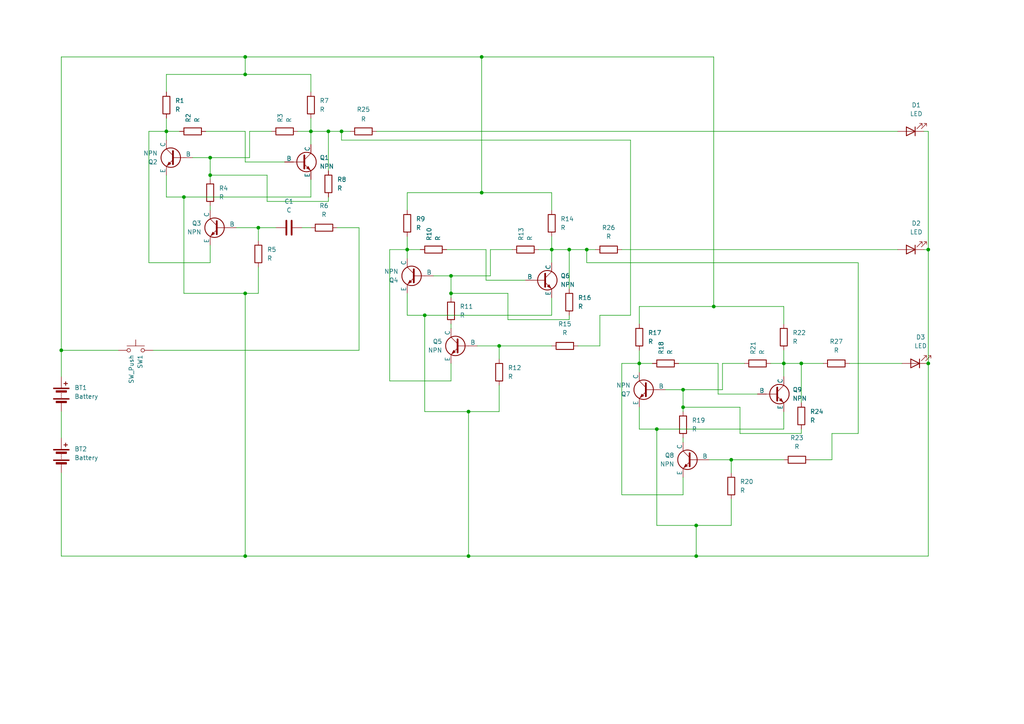
<source format=kicad_sch>
(kicad_sch
	(version 20250114)
	(generator "eeschema")
	(generator_version "9.0")
	(uuid "1af4df73-b23d-415d-9b9c-1ad1cca488be")
	(paper "A4")
	(lib_symbols
		(symbol "Device:Battery"
			(pin_numbers
				(hide yes)
			)
			(pin_names
				(offset 0)
				(hide yes)
			)
			(exclude_from_sim no)
			(in_bom yes)
			(on_board yes)
			(property "Reference" "BT"
				(at 2.54 2.54 0)
				(effects
					(font
						(size 1.27 1.27)
					)
					(justify left)
				)
			)
			(property "Value" "Battery"
				(at 2.54 0 0)
				(effects
					(font
						(size 1.27 1.27)
					)
					(justify left)
				)
			)
			(property "Footprint" ""
				(at 0 1.524 90)
				(effects
					(font
						(size 1.27 1.27)
					)
					(hide yes)
				)
			)
			(property "Datasheet" "~"
				(at 0 1.524 90)
				(effects
					(font
						(size 1.27 1.27)
					)
					(hide yes)
				)
			)
			(property "Description" "Multiple-cell battery"
				(at 0 0 0)
				(effects
					(font
						(size 1.27 1.27)
					)
					(hide yes)
				)
			)
			(property "ki_keywords" "batt voltage-source cell"
				(at 0 0 0)
				(effects
					(font
						(size 1.27 1.27)
					)
					(hide yes)
				)
			)
			(symbol "Battery_0_1"
				(rectangle
					(start -2.286 1.778)
					(end 2.286 1.524)
					(stroke
						(width 0)
						(type default)
					)
					(fill
						(type outline)
					)
				)
				(rectangle
					(start -2.286 -1.27)
					(end 2.286 -1.524)
					(stroke
						(width 0)
						(type default)
					)
					(fill
						(type outline)
					)
				)
				(rectangle
					(start -1.524 1.016)
					(end 1.524 0.508)
					(stroke
						(width 0)
						(type default)
					)
					(fill
						(type outline)
					)
				)
				(rectangle
					(start -1.524 -2.032)
					(end 1.524 -2.54)
					(stroke
						(width 0)
						(type default)
					)
					(fill
						(type outline)
					)
				)
				(polyline
					(pts
						(xy 0 1.778) (xy 0 2.54)
					)
					(stroke
						(width 0)
						(type default)
					)
					(fill
						(type none)
					)
				)
				(polyline
					(pts
						(xy 0 0) (xy 0 0.254)
					)
					(stroke
						(width 0)
						(type default)
					)
					(fill
						(type none)
					)
				)
				(polyline
					(pts
						(xy 0 -0.508) (xy 0 -0.254)
					)
					(stroke
						(width 0)
						(type default)
					)
					(fill
						(type none)
					)
				)
				(polyline
					(pts
						(xy 0 -1.016) (xy 0 -0.762)
					)
					(stroke
						(width 0)
						(type default)
					)
					(fill
						(type none)
					)
				)
				(polyline
					(pts
						(xy 0.762 3.048) (xy 1.778 3.048)
					)
					(stroke
						(width 0.254)
						(type default)
					)
					(fill
						(type none)
					)
				)
				(polyline
					(pts
						(xy 1.27 3.556) (xy 1.27 2.54)
					)
					(stroke
						(width 0.254)
						(type default)
					)
					(fill
						(type none)
					)
				)
			)
			(symbol "Battery_1_1"
				(pin passive line
					(at 0 5.08 270)
					(length 2.54)
					(name "+"
						(effects
							(font
								(size 1.27 1.27)
							)
						)
					)
					(number "1"
						(effects
							(font
								(size 1.27 1.27)
							)
						)
					)
				)
				(pin passive line
					(at 0 -5.08 90)
					(length 2.54)
					(name "-"
						(effects
							(font
								(size 1.27 1.27)
							)
						)
					)
					(number "2"
						(effects
							(font
								(size 1.27 1.27)
							)
						)
					)
				)
			)
			(embedded_fonts no)
		)
		(symbol "Device:C"
			(pin_numbers
				(hide yes)
			)
			(pin_names
				(offset 0.254)
			)
			(exclude_from_sim no)
			(in_bom yes)
			(on_board yes)
			(property "Reference" "C"
				(at 0.635 2.54 0)
				(effects
					(font
						(size 1.27 1.27)
					)
					(justify left)
				)
			)
			(property "Value" "C"
				(at 0.635 -2.54 0)
				(effects
					(font
						(size 1.27 1.27)
					)
					(justify left)
				)
			)
			(property "Footprint" ""
				(at 0.9652 -3.81 0)
				(effects
					(font
						(size 1.27 1.27)
					)
					(hide yes)
				)
			)
			(property "Datasheet" "~"
				(at 0 0 0)
				(effects
					(font
						(size 1.27 1.27)
					)
					(hide yes)
				)
			)
			(property "Description" "Unpolarized capacitor"
				(at 0 0 0)
				(effects
					(font
						(size 1.27 1.27)
					)
					(hide yes)
				)
			)
			(property "ki_keywords" "cap capacitor"
				(at 0 0 0)
				(effects
					(font
						(size 1.27 1.27)
					)
					(hide yes)
				)
			)
			(property "ki_fp_filters" "C_*"
				(at 0 0 0)
				(effects
					(font
						(size 1.27 1.27)
					)
					(hide yes)
				)
			)
			(symbol "C_0_1"
				(polyline
					(pts
						(xy -2.032 0.762) (xy 2.032 0.762)
					)
					(stroke
						(width 0.508)
						(type default)
					)
					(fill
						(type none)
					)
				)
				(polyline
					(pts
						(xy -2.032 -0.762) (xy 2.032 -0.762)
					)
					(stroke
						(width 0.508)
						(type default)
					)
					(fill
						(type none)
					)
				)
			)
			(symbol "C_1_1"
				(pin passive line
					(at 0 3.81 270)
					(length 2.794)
					(name "~"
						(effects
							(font
								(size 1.27 1.27)
							)
						)
					)
					(number "1"
						(effects
							(font
								(size 1.27 1.27)
							)
						)
					)
				)
				(pin passive line
					(at 0 -3.81 90)
					(length 2.794)
					(name "~"
						(effects
							(font
								(size 1.27 1.27)
							)
						)
					)
					(number "2"
						(effects
							(font
								(size 1.27 1.27)
							)
						)
					)
				)
			)
			(embedded_fonts no)
		)
		(symbol "Device:LED"
			(pin_numbers
				(hide yes)
			)
			(pin_names
				(offset 1.016)
				(hide yes)
			)
			(exclude_from_sim no)
			(in_bom yes)
			(on_board yes)
			(property "Reference" "D"
				(at 0 2.54 0)
				(effects
					(font
						(size 1.27 1.27)
					)
				)
			)
			(property "Value" "LED"
				(at 0 -2.54 0)
				(effects
					(font
						(size 1.27 1.27)
					)
				)
			)
			(property "Footprint" ""
				(at 0 0 0)
				(effects
					(font
						(size 1.27 1.27)
					)
					(hide yes)
				)
			)
			(property "Datasheet" "~"
				(at 0 0 0)
				(effects
					(font
						(size 1.27 1.27)
					)
					(hide yes)
				)
			)
			(property "Description" "Light emitting diode"
				(at 0 0 0)
				(effects
					(font
						(size 1.27 1.27)
					)
					(hide yes)
				)
			)
			(property "Sim.Pins" "1=K 2=A"
				(at 0 0 0)
				(effects
					(font
						(size 1.27 1.27)
					)
					(hide yes)
				)
			)
			(property "ki_keywords" "LED diode"
				(at 0 0 0)
				(effects
					(font
						(size 1.27 1.27)
					)
					(hide yes)
				)
			)
			(property "ki_fp_filters" "LED* LED_SMD:* LED_THT:*"
				(at 0 0 0)
				(effects
					(font
						(size 1.27 1.27)
					)
					(hide yes)
				)
			)
			(symbol "LED_0_1"
				(polyline
					(pts
						(xy -3.048 -0.762) (xy -4.572 -2.286) (xy -3.81 -2.286) (xy -4.572 -2.286) (xy -4.572 -1.524)
					)
					(stroke
						(width 0)
						(type default)
					)
					(fill
						(type none)
					)
				)
				(polyline
					(pts
						(xy -1.778 -0.762) (xy -3.302 -2.286) (xy -2.54 -2.286) (xy -3.302 -2.286) (xy -3.302 -1.524)
					)
					(stroke
						(width 0)
						(type default)
					)
					(fill
						(type none)
					)
				)
				(polyline
					(pts
						(xy -1.27 0) (xy 1.27 0)
					)
					(stroke
						(width 0)
						(type default)
					)
					(fill
						(type none)
					)
				)
				(polyline
					(pts
						(xy -1.27 -1.27) (xy -1.27 1.27)
					)
					(stroke
						(width 0.254)
						(type default)
					)
					(fill
						(type none)
					)
				)
				(polyline
					(pts
						(xy 1.27 -1.27) (xy 1.27 1.27) (xy -1.27 0) (xy 1.27 -1.27)
					)
					(stroke
						(width 0.254)
						(type default)
					)
					(fill
						(type none)
					)
				)
			)
			(symbol "LED_1_1"
				(pin passive line
					(at -3.81 0 0)
					(length 2.54)
					(name "K"
						(effects
							(font
								(size 1.27 1.27)
							)
						)
					)
					(number "1"
						(effects
							(font
								(size 1.27 1.27)
							)
						)
					)
				)
				(pin passive line
					(at 3.81 0 180)
					(length 2.54)
					(name "A"
						(effects
							(font
								(size 1.27 1.27)
							)
						)
					)
					(number "2"
						(effects
							(font
								(size 1.27 1.27)
							)
						)
					)
				)
			)
			(embedded_fonts no)
		)
		(symbol "Device:R"
			(pin_numbers
				(hide yes)
			)
			(pin_names
				(offset 0)
			)
			(exclude_from_sim no)
			(in_bom yes)
			(on_board yes)
			(property "Reference" "R"
				(at 2.032 0 90)
				(effects
					(font
						(size 1.27 1.27)
					)
				)
			)
			(property "Value" "R"
				(at 0 0 90)
				(effects
					(font
						(size 1.27 1.27)
					)
				)
			)
			(property "Footprint" ""
				(at -1.778 0 90)
				(effects
					(font
						(size 1.27 1.27)
					)
					(hide yes)
				)
			)
			(property "Datasheet" "~"
				(at 0 0 0)
				(effects
					(font
						(size 1.27 1.27)
					)
					(hide yes)
				)
			)
			(property "Description" "Resistor"
				(at 0 0 0)
				(effects
					(font
						(size 1.27 1.27)
					)
					(hide yes)
				)
			)
			(property "ki_keywords" "R res resistor"
				(at 0 0 0)
				(effects
					(font
						(size 1.27 1.27)
					)
					(hide yes)
				)
			)
			(property "ki_fp_filters" "R_*"
				(at 0 0 0)
				(effects
					(font
						(size 1.27 1.27)
					)
					(hide yes)
				)
			)
			(symbol "R_0_1"
				(rectangle
					(start -1.016 -2.54)
					(end 1.016 2.54)
					(stroke
						(width 0.254)
						(type default)
					)
					(fill
						(type none)
					)
				)
			)
			(symbol "R_1_1"
				(pin passive line
					(at 0 3.81 270)
					(length 1.27)
					(name "~"
						(effects
							(font
								(size 1.27 1.27)
							)
						)
					)
					(number "1"
						(effects
							(font
								(size 1.27 1.27)
							)
						)
					)
				)
				(pin passive line
					(at 0 -3.81 90)
					(length 1.27)
					(name "~"
						(effects
							(font
								(size 1.27 1.27)
							)
						)
					)
					(number "2"
						(effects
							(font
								(size 1.27 1.27)
							)
						)
					)
				)
			)
			(embedded_fonts no)
		)
		(symbol "R_1"
			(pin_numbers
				(hide yes)
			)
			(pin_names
				(offset 0)
			)
			(exclude_from_sim no)
			(in_bom yes)
			(on_board yes)
			(property "Reference" "R"
				(at 2.032 0 90)
				(effects
					(font
						(size 1.27 1.27)
					)
				)
			)
			(property "Value" "R"
				(at 0 0 90)
				(effects
					(font
						(size 1.27 1.27)
					)
				)
			)
			(property "Footprint" ""
				(at -1.778 0 90)
				(effects
					(font
						(size 1.27 1.27)
					)
					(hide yes)
				)
			)
			(property "Datasheet" "~"
				(at 0 0 0)
				(effects
					(font
						(size 1.27 1.27)
					)
					(hide yes)
				)
			)
			(property "Description" "Resistor"
				(at 0 0 0)
				(effects
					(font
						(size 1.27 1.27)
					)
					(hide yes)
				)
			)
			(property "ki_keywords" "R res resistor"
				(at 0 0 0)
				(effects
					(font
						(size 1.27 1.27)
					)
					(hide yes)
				)
			)
			(property "ki_fp_filters" "R_*"
				(at 0 0 0)
				(effects
					(font
						(size 1.27 1.27)
					)
					(hide yes)
				)
			)
			(symbol "R_1_0_1"
				(rectangle
					(start -1.016 -2.54)
					(end 1.016 2.54)
					(stroke
						(width 0.254)
						(type default)
					)
					(fill
						(type none)
					)
				)
			)
			(symbol "R_1_1_1"
				(pin passive line
					(at 0 3.81 270)
					(length 1.27)
					(name "~"
						(effects
							(font
								(size 1.27 1.27)
							)
						)
					)
					(number "1"
						(effects
							(font
								(size 1.27 1.27)
							)
						)
					)
				)
				(pin passive line
					(at 0 -3.81 90)
					(length 1.27)
					(name "~"
						(effects
							(font
								(size 1.27 1.27)
							)
						)
					)
					(number "2"
						(effects
							(font
								(size 1.27 1.27)
							)
						)
					)
				)
			)
			(embedded_fonts no)
		)
		(symbol "Simulation_SPICE:NPN"
			(pin_numbers
				(hide yes)
			)
			(pin_names
				(offset 0)
			)
			(exclude_from_sim no)
			(in_bom yes)
			(on_board yes)
			(property "Reference" "Q"
				(at -2.54 7.62 0)
				(effects
					(font
						(size 1.27 1.27)
					)
				)
			)
			(property "Value" "NPN"
				(at -2.54 5.08 0)
				(effects
					(font
						(size 1.27 1.27)
					)
				)
			)
			(property "Footprint" ""
				(at 63.5 0 0)
				(effects
					(font
						(size 1.27 1.27)
					)
					(hide yes)
				)
			)
			(property "Datasheet" "https://ngspice.sourceforge.io/docs/ngspice-html-manual/manual.xhtml#cha_BJTs"
				(at 63.5 0 0)
				(effects
					(font
						(size 1.27 1.27)
					)
					(hide yes)
				)
			)
			(property "Description" "Bipolar transistor symbol for simulation only, substrate tied to the emitter"
				(at 0 0 0)
				(effects
					(font
						(size 1.27 1.27)
					)
					(hide yes)
				)
			)
			(property "Sim.Device" "NPN"
				(at 0 0 0)
				(effects
					(font
						(size 1.27 1.27)
					)
					(hide yes)
				)
			)
			(property "Sim.Type" "GUMMELPOON"
				(at 0 0 0)
				(effects
					(font
						(size 1.27 1.27)
					)
					(hide yes)
				)
			)
			(property "Sim.Pins" "1=C 2=B 3=E"
				(at 0 0 0)
				(effects
					(font
						(size 1.27 1.27)
					)
					(hide yes)
				)
			)
			(property "ki_keywords" "simulation"
				(at 0 0 0)
				(effects
					(font
						(size 1.27 1.27)
					)
					(hide yes)
				)
			)
			(symbol "NPN_0_1"
				(polyline
					(pts
						(xy -2.54 0) (xy 0.635 0)
					)
					(stroke
						(width 0.1524)
						(type default)
					)
					(fill
						(type none)
					)
				)
				(polyline
					(pts
						(xy 0.635 1.905) (xy 0.635 -1.905) (xy 0.635 -1.905)
					)
					(stroke
						(width 0.508)
						(type default)
					)
					(fill
						(type none)
					)
				)
				(polyline
					(pts
						(xy 0.635 0.635) (xy 2.54 2.54)
					)
					(stroke
						(width 0)
						(type default)
					)
					(fill
						(type none)
					)
				)
				(polyline
					(pts
						(xy 0.635 -0.635) (xy 2.54 -2.54) (xy 2.54 -2.54)
					)
					(stroke
						(width 0)
						(type default)
					)
					(fill
						(type none)
					)
				)
				(circle
					(center 1.27 0)
					(radius 2.8194)
					(stroke
						(width 0.254)
						(type default)
					)
					(fill
						(type none)
					)
				)
				(polyline
					(pts
						(xy 1.27 -1.778) (xy 1.778 -1.27) (xy 2.286 -2.286) (xy 1.27 -1.778) (xy 1.27 -1.778)
					)
					(stroke
						(width 0)
						(type default)
					)
					(fill
						(type outline)
					)
				)
				(polyline
					(pts
						(xy 2.794 -1.27) (xy 2.794 -1.27)
					)
					(stroke
						(width 0.1524)
						(type default)
					)
					(fill
						(type none)
					)
				)
				(polyline
					(pts
						(xy 2.794 -1.27) (xy 2.794 -1.27)
					)
					(stroke
						(width 0.1524)
						(type default)
					)
					(fill
						(type none)
					)
				)
			)
			(symbol "NPN_1_1"
				(pin input line
					(at -5.08 0 0)
					(length 2.54)
					(name "B"
						(effects
							(font
								(size 1.27 1.27)
							)
						)
					)
					(number "2"
						(effects
							(font
								(size 1.27 1.27)
							)
						)
					)
				)
				(pin open_collector line
					(at 2.54 5.08 270)
					(length 2.54)
					(name "C"
						(effects
							(font
								(size 1.27 1.27)
							)
						)
					)
					(number "1"
						(effects
							(font
								(size 1.27 1.27)
							)
						)
					)
				)
				(pin open_emitter line
					(at 2.54 -5.08 90)
					(length 2.54)
					(name "E"
						(effects
							(font
								(size 1.27 1.27)
							)
						)
					)
					(number "3"
						(effects
							(font
								(size 1.27 1.27)
							)
						)
					)
				)
			)
			(embedded_fonts no)
		)
		(symbol "Switch:SW_Push"
			(pin_numbers
				(hide yes)
			)
			(pin_names
				(offset 1.016)
				(hide yes)
			)
			(exclude_from_sim no)
			(in_bom yes)
			(on_board yes)
			(property "Reference" "SW"
				(at 1.27 2.54 0)
				(effects
					(font
						(size 1.27 1.27)
					)
					(justify left)
				)
			)
			(property "Value" "SW_Push"
				(at 0 -1.524 0)
				(effects
					(font
						(size 1.27 1.27)
					)
				)
			)
			(property "Footprint" ""
				(at 0 5.08 0)
				(effects
					(font
						(size 1.27 1.27)
					)
					(hide yes)
				)
			)
			(property "Datasheet" "~"
				(at 0 5.08 0)
				(effects
					(font
						(size 1.27 1.27)
					)
					(hide yes)
				)
			)
			(property "Description" "Push button switch, generic, two pins"
				(at 0 0 0)
				(effects
					(font
						(size 1.27 1.27)
					)
					(hide yes)
				)
			)
			(property "ki_keywords" "switch normally-open pushbutton push-button"
				(at 0 0 0)
				(effects
					(font
						(size 1.27 1.27)
					)
					(hide yes)
				)
			)
			(symbol "SW_Push_0_1"
				(circle
					(center -2.032 0)
					(radius 0.508)
					(stroke
						(width 0)
						(type default)
					)
					(fill
						(type none)
					)
				)
				(polyline
					(pts
						(xy 0 1.27) (xy 0 3.048)
					)
					(stroke
						(width 0)
						(type default)
					)
					(fill
						(type none)
					)
				)
				(circle
					(center 2.032 0)
					(radius 0.508)
					(stroke
						(width 0)
						(type default)
					)
					(fill
						(type none)
					)
				)
				(polyline
					(pts
						(xy 2.54 1.27) (xy -2.54 1.27)
					)
					(stroke
						(width 0)
						(type default)
					)
					(fill
						(type none)
					)
				)
				(pin passive line
					(at -5.08 0 0)
					(length 2.54)
					(name "1"
						(effects
							(font
								(size 1.27 1.27)
							)
						)
					)
					(number "1"
						(effects
							(font
								(size 1.27 1.27)
							)
						)
					)
				)
				(pin passive line
					(at 5.08 0 180)
					(length 2.54)
					(name "2"
						(effects
							(font
								(size 1.27 1.27)
							)
						)
					)
					(number "2"
						(effects
							(font
								(size 1.27 1.27)
							)
						)
					)
				)
			)
			(embedded_fonts no)
		)
	)
	(junction
		(at 139.7 55.88)
		(diameter 0)
		(color 0 0 0 0)
		(uuid "12dada2e-6bc3-4a20-8aa4-7c4740796fd4")
	)
	(junction
		(at 227.33 105.41)
		(diameter 0)
		(color 0 0 0 0)
		(uuid "1442b681-007b-48e0-ba61-01d872718dc1")
	)
	(junction
		(at 17.78 101.6)
		(diameter 0)
		(color 0 0 0 0)
		(uuid "26b9c8dd-dff0-4294-b7c3-d1525c9a0593")
	)
	(junction
		(at 60.96 50.8)
		(diameter 0)
		(color 0 0 0 0)
		(uuid "29763db5-035c-48d8-86b7-5fdde76ba8c4")
	)
	(junction
		(at 212.09 133.35)
		(diameter 0)
		(color 0 0 0 0)
		(uuid "337ae37c-c305-4acb-b94f-115666580dd6")
	)
	(junction
		(at 198.12 118.11)
		(diameter 0)
		(color 0 0 0 0)
		(uuid "39b54b90-5d58-451c-836e-540c3e0ae651")
	)
	(junction
		(at 90.17 38.1)
		(diameter 0)
		(color 0 0 0 0)
		(uuid "43e32266-628d-41f9-9821-0a88aa4d5add")
	)
	(junction
		(at 71.12 85.09)
		(diameter 0)
		(color 0 0 0 0)
		(uuid "5029f0d9-2ba8-4437-988c-f0f8a2557aab")
	)
	(junction
		(at 135.89 161.29)
		(diameter 0)
		(color 0 0 0 0)
		(uuid "525cc561-643d-4aee-bfd0-6ae7ae5c3aca")
	)
	(junction
		(at 207.01 88.9)
		(diameter 0)
		(color 0 0 0 0)
		(uuid "54255be7-89dd-4eef-82dc-d6375e844058")
	)
	(junction
		(at 198.12 113.03)
		(diameter 0)
		(color 0 0 0 0)
		(uuid "55de1a96-3a8f-414d-9027-c8c0d65d0376")
	)
	(junction
		(at 118.11 72.39)
		(diameter 0)
		(color 0 0 0 0)
		(uuid "5612a83c-5fd3-43f2-84ff-ca55bf54419b")
	)
	(junction
		(at 232.41 105.41)
		(diameter 0)
		(color 0 0 0 0)
		(uuid "66bf0f1d-ff69-4cc8-a9d3-cf221feb2150")
	)
	(junction
		(at 123.19 91.44)
		(diameter 0)
		(color 0 0 0 0)
		(uuid "6bca2e6b-b181-45c9-9cf5-3f0bf45b8bc2")
	)
	(junction
		(at 165.1 72.39)
		(diameter 0)
		(color 0 0 0 0)
		(uuid "7010a391-b22e-4525-a54a-3d82483c7cbe")
	)
	(junction
		(at 53.34 57.15)
		(diameter 0)
		(color 0 0 0 0)
		(uuid "817dfc4e-0237-45c5-b0a6-8c46123832c7")
	)
	(junction
		(at 71.12 161.29)
		(diameter 0)
		(color 0 0 0 0)
		(uuid "871087ea-43dc-4846-afdb-0ce1ac43b479")
	)
	(junction
		(at 99.06 38.1)
		(diameter 0)
		(color 0 0 0 0)
		(uuid "8d74cb61-fc60-4447-954e-f9fce59df1f5")
	)
	(junction
		(at 71.12 16.51)
		(diameter 0)
		(color 0 0 0 0)
		(uuid "95bc05e2-90b6-4e41-9024-67720e7a39ca")
	)
	(junction
		(at 71.12 21.59)
		(diameter 0)
		(color 0 0 0 0)
		(uuid "9a341a1c-24fe-4961-9413-3e5d4e6e9932")
	)
	(junction
		(at 190.5 124.46)
		(diameter 0)
		(color 0 0 0 0)
		(uuid "a31f7d7c-05d8-46b1-9e7a-5723282cea5b")
	)
	(junction
		(at 185.42 105.41)
		(diameter 0)
		(color 0 0 0 0)
		(uuid "a414cec5-8647-412b-be72-50f9dde1352b")
	)
	(junction
		(at 48.26 38.1)
		(diameter 0)
		(color 0 0 0 0)
		(uuid "a817a710-d431-4366-a56c-d98e72a4cb08")
	)
	(junction
		(at 135.89 119.38)
		(diameter 0)
		(color 0 0 0 0)
		(uuid "ba5da6d2-080b-4388-9a8e-1e21ff123cbc")
	)
	(junction
		(at 95.25 38.1)
		(diameter 0)
		(color 0 0 0 0)
		(uuid "bbb6811a-fff0-4e8c-875d-40cea8d6e4fe")
	)
	(junction
		(at 130.81 80.01)
		(diameter 0)
		(color 0 0 0 0)
		(uuid "c9583209-26f8-4d3a-ab9c-cfd7711a28e2")
	)
	(junction
		(at 269.24 72.39)
		(diameter 0)
		(color 0 0 0 0)
		(uuid "ced6e304-1466-48b1-a616-b253e7d04258")
	)
	(junction
		(at 201.93 152.4)
		(diameter 0)
		(color 0 0 0 0)
		(uuid "d63d91c6-0b9f-468e-acbc-2635c8fc12a1")
	)
	(junction
		(at 170.18 72.39)
		(diameter 0)
		(color 0 0 0 0)
		(uuid "df5a8f22-1e55-460f-9033-82b827b7a632")
	)
	(junction
		(at 201.93 161.29)
		(diameter 0)
		(color 0 0 0 0)
		(uuid "e88f70e4-3fc9-4a69-9039-c412be621471")
	)
	(junction
		(at 130.81 85.09)
		(diameter 0)
		(color 0 0 0 0)
		(uuid "e8b204ff-a2cf-4f17-ad88-f0381df32bc6")
	)
	(junction
		(at 144.78 100.33)
		(diameter 0)
		(color 0 0 0 0)
		(uuid "f5e1f24b-04dc-4d80-b6a2-cf8c62fb4d25")
	)
	(junction
		(at 160.02 72.39)
		(diameter 0)
		(color 0 0 0 0)
		(uuid "f780de96-8841-4077-855b-06032c31f80b")
	)
	(junction
		(at 139.7 16.51)
		(diameter 0)
		(color 0 0 0 0)
		(uuid "faec7572-75f7-46e0-a89b-60284e87a988")
	)
	(junction
		(at 60.96 45.72)
		(diameter 0)
		(color 0 0 0 0)
		(uuid "fc4d4e0c-c8cf-4e5a-8bbc-670767167ac5")
	)
	(junction
		(at 74.93 66.04)
		(diameter 0)
		(color 0 0 0 0)
		(uuid "fea27a9e-8957-4e52-967d-d97616fcc97e")
	)
	(junction
		(at 269.24 105.41)
		(diameter 0)
		(color 0 0 0 0)
		(uuid "ffdefeb2-c026-459a-8c54-49a601b55b67")
	)
	(wire
		(pts
			(xy 72.39 38.1) (xy 78.74 38.1)
		)
		(stroke
			(width 0)
			(type default)
		)
		(uuid "0268cf9b-62be-4185-bd07-8a8795f02de3")
	)
	(wire
		(pts
			(xy 201.93 152.4) (xy 201.93 161.29)
		)
		(stroke
			(width 0)
			(type default)
		)
		(uuid "0344e898-3bd7-4de0-a912-1bfe6d5ee85f")
	)
	(wire
		(pts
			(xy 60.96 59.69) (xy 60.96 60.96)
		)
		(stroke
			(width 0)
			(type default)
		)
		(uuid "06aa5713-20b2-47b4-bc04-7dc803e47799")
	)
	(wire
		(pts
			(xy 71.12 85.09) (xy 71.12 161.29)
		)
		(stroke
			(width 0)
			(type default)
		)
		(uuid "06db553c-dbd3-4251-93fe-393942eaa325")
	)
	(wire
		(pts
			(xy 60.96 50.8) (xy 60.96 52.07)
		)
		(stroke
			(width 0)
			(type default)
		)
		(uuid "07d45718-97e6-4e23-ac82-b36937178c5b")
	)
	(wire
		(pts
			(xy 185.42 93.98) (xy 185.42 88.9)
		)
		(stroke
			(width 0)
			(type default)
		)
		(uuid "095feca1-2c4d-4bbb-b1cc-5141066d07ed")
	)
	(wire
		(pts
			(xy 118.11 55.88) (xy 139.7 55.88)
		)
		(stroke
			(width 0)
			(type default)
		)
		(uuid "0987df02-0897-4f2e-9619-44ef9a5b8da7")
	)
	(wire
		(pts
			(xy 185.42 105.41) (xy 189.23 105.41)
		)
		(stroke
			(width 0)
			(type default)
		)
		(uuid "09fe1c57-bc82-4202-ac17-ba4ead5b007c")
	)
	(wire
		(pts
			(xy 152.4 81.28) (xy 140.97 81.28)
		)
		(stroke
			(width 0)
			(type default)
		)
		(uuid "0b8eb96f-8a92-4fe7-8781-38fa81d2d91a")
	)
	(wire
		(pts
			(xy 130.81 105.41) (xy 130.81 110.49)
		)
		(stroke
			(width 0)
			(type default)
		)
		(uuid "0b9a0fba-5f8a-4ef7-befb-4297d891aeef")
	)
	(wire
		(pts
			(xy 232.41 105.41) (xy 238.76 105.41)
		)
		(stroke
			(width 0)
			(type default)
		)
		(uuid "0e7a9bc9-7242-4fe7-bceb-54a8be54f6f4")
	)
	(wire
		(pts
			(xy 71.12 16.51) (xy 139.7 16.51)
		)
		(stroke
			(width 0)
			(type default)
		)
		(uuid "0f90cc53-a9e3-4648-ac9e-77cbf8911109")
	)
	(wire
		(pts
			(xy 71.12 38.1) (xy 59.69 38.1)
		)
		(stroke
			(width 0)
			(type default)
		)
		(uuid "11286b68-c5fa-455b-98a5-12dd0de01146")
	)
	(wire
		(pts
			(xy 232.41 105.41) (xy 232.41 116.84)
		)
		(stroke
			(width 0)
			(type default)
		)
		(uuid "1289f2f8-bbff-4694-bafb-b5fa4602ff09")
	)
	(wire
		(pts
			(xy 234.95 133.35) (xy 241.3 133.35)
		)
		(stroke
			(width 0)
			(type default)
		)
		(uuid "17899701-89d0-45ec-b48f-67bfcbcb65e6")
	)
	(wire
		(pts
			(xy 71.12 161.29) (xy 135.89 161.29)
		)
		(stroke
			(width 0)
			(type default)
		)
		(uuid "1943061b-9ff7-4f33-9628-2b7c54cc085f")
	)
	(wire
		(pts
			(xy 205.74 133.35) (xy 212.09 133.35)
		)
		(stroke
			(width 0)
			(type default)
		)
		(uuid "1b0fd7e6-8148-47c3-b126-5f29853dfab0")
	)
	(wire
		(pts
			(xy 71.12 16.51) (xy 71.12 21.59)
		)
		(stroke
			(width 0)
			(type default)
		)
		(uuid "1f06d43e-c97a-40f0-a06f-c7016341a907")
	)
	(wire
		(pts
			(xy 90.17 57.15) (xy 90.17 52.07)
		)
		(stroke
			(width 0)
			(type default)
		)
		(uuid "2312bfb4-cbfd-41fb-8b0f-b02072c8fd14")
	)
	(wire
		(pts
			(xy 118.11 68.58) (xy 118.11 72.39)
		)
		(stroke
			(width 0)
			(type default)
		)
		(uuid "26496d03-c1cc-496f-a672-b65ee4aa5b6d")
	)
	(wire
		(pts
			(xy 48.26 21.59) (xy 71.12 21.59)
		)
		(stroke
			(width 0)
			(type default)
		)
		(uuid "26d44924-eaf7-45a9-afed-8335ea4ec42e")
	)
	(wire
		(pts
			(xy 267.97 72.39) (xy 269.24 72.39)
		)
		(stroke
			(width 0)
			(type default)
		)
		(uuid "26dcdaad-74ef-482c-a0f1-d36245202929")
	)
	(wire
		(pts
			(xy 173.99 100.33) (xy 173.99 91.44)
		)
		(stroke
			(width 0)
			(type default)
		)
		(uuid "28aa71b8-9113-4ee5-93ef-c321fc30d2fb")
	)
	(wire
		(pts
			(xy 74.93 66.04) (xy 74.93 69.85)
		)
		(stroke
			(width 0)
			(type default)
		)
		(uuid "2b00b661-9509-431c-971f-9d081ed5eccc")
	)
	(wire
		(pts
			(xy 60.96 45.72) (xy 72.39 45.72)
		)
		(stroke
			(width 0)
			(type default)
		)
		(uuid "2d1360a1-7dc4-48be-9b62-c8dfd2597353")
	)
	(wire
		(pts
			(xy 260.35 72.39) (xy 180.34 72.39)
		)
		(stroke
			(width 0)
			(type default)
		)
		(uuid "304c1d2b-1815-4c46-a7cb-876ebac139c9")
	)
	(wire
		(pts
			(xy 248.92 76.2) (xy 248.92 125.73)
		)
		(stroke
			(width 0)
			(type default)
		)
		(uuid "3093401d-edd2-4d92-9800-ff62fbe76d90")
	)
	(wire
		(pts
			(xy 180.34 105.41) (xy 185.42 105.41)
		)
		(stroke
			(width 0)
			(type default)
		)
		(uuid "3478341d-ba2f-4dd9-8b30-4baf9c75b0b3")
	)
	(wire
		(pts
			(xy 90.17 34.29) (xy 90.17 38.1)
		)
		(stroke
			(width 0)
			(type default)
		)
		(uuid "34b62ed5-74fd-4644-aff4-e0975a7adb0a")
	)
	(wire
		(pts
			(xy 170.18 72.39) (xy 170.18 76.2)
		)
		(stroke
			(width 0)
			(type default)
		)
		(uuid "3544ce47-ba3b-442a-a35f-6fe8183bb46c")
	)
	(wire
		(pts
			(xy 207.01 16.51) (xy 207.01 88.9)
		)
		(stroke
			(width 0)
			(type default)
		)
		(uuid "389ce400-e844-4930-8a13-ba614f40c627")
	)
	(wire
		(pts
			(xy 139.7 55.88) (xy 160.02 55.88)
		)
		(stroke
			(width 0)
			(type default)
		)
		(uuid "3cadbf86-908c-4cf5-a2a3-f925aa259310")
	)
	(wire
		(pts
			(xy 118.11 72.39) (xy 118.11 74.93)
		)
		(stroke
			(width 0)
			(type default)
		)
		(uuid "3d7faed1-d98d-4cfe-b108-d769019e4382")
	)
	(wire
		(pts
			(xy 160.02 72.39) (xy 165.1 72.39)
		)
		(stroke
			(width 0)
			(type default)
		)
		(uuid "40d6cc92-8c13-412d-bf4d-cca7b2818235")
	)
	(wire
		(pts
			(xy 86.36 38.1) (xy 90.17 38.1)
		)
		(stroke
			(width 0)
			(type default)
		)
		(uuid "414be7ea-f750-479f-8aa4-d0695268dc17")
	)
	(wire
		(pts
			(xy 212.09 133.35) (xy 227.33 133.35)
		)
		(stroke
			(width 0)
			(type default)
		)
		(uuid "41c96e27-cb86-4d11-8af3-4911780e12e8")
	)
	(wire
		(pts
			(xy 87.63 66.04) (xy 90.17 66.04)
		)
		(stroke
			(width 0)
			(type default)
		)
		(uuid "42baff17-7dd8-4193-b02b-8c852be5ad2c")
	)
	(wire
		(pts
			(xy 17.78 16.51) (xy 71.12 16.51)
		)
		(stroke
			(width 0)
			(type default)
		)
		(uuid "4693400e-1289-4b66-9c9d-b991ffeab130")
	)
	(wire
		(pts
			(xy 104.14 66.04) (xy 104.14 101.6)
		)
		(stroke
			(width 0)
			(type default)
		)
		(uuid "47afbe02-a1e7-4858-94e2-d567c74ebce6")
	)
	(wire
		(pts
			(xy 43.18 38.1) (xy 48.26 38.1)
		)
		(stroke
			(width 0)
			(type default)
		)
		(uuid "48a54102-ee54-45b9-8ad3-7c598630332a")
	)
	(wire
		(pts
			(xy 113.03 110.49) (xy 113.03 72.39)
		)
		(stroke
			(width 0)
			(type default)
		)
		(uuid "4dd67c3d-5b5f-4179-abcc-33006148783a")
	)
	(wire
		(pts
			(xy 207.01 88.9) (xy 227.33 88.9)
		)
		(stroke
			(width 0)
			(type default)
		)
		(uuid "511c6cfb-64d0-4430-b12c-e7a25e8e75e4")
	)
	(wire
		(pts
			(xy 44.45 101.6) (xy 104.14 101.6)
		)
		(stroke
			(width 0)
			(type default)
		)
		(uuid "517967c8-76ae-4e77-b2e7-83890af0fe37")
	)
	(wire
		(pts
			(xy 182.88 91.44) (xy 173.99 91.44)
		)
		(stroke
			(width 0)
			(type default)
		)
		(uuid "5205d25e-883a-411d-a0c5-3890ce1ef3a0")
	)
	(wire
		(pts
			(xy 144.78 100.33) (xy 160.02 100.33)
		)
		(stroke
			(width 0)
			(type default)
		)
		(uuid "523b7b62-24e0-41f9-a9ef-49372efc9028")
	)
	(wire
		(pts
			(xy 60.96 50.8) (xy 77.47 50.8)
		)
		(stroke
			(width 0)
			(type default)
		)
		(uuid "53f76561-79d5-44c9-83e3-e4c37d2e71c1")
	)
	(wire
		(pts
			(xy 60.96 45.72) (xy 60.96 50.8)
		)
		(stroke
			(width 0)
			(type default)
		)
		(uuid "53fe9339-0c6a-42cf-8799-ecfae050eabc")
	)
	(wire
		(pts
			(xy 190.5 124.46) (xy 227.33 124.46)
		)
		(stroke
			(width 0)
			(type default)
		)
		(uuid "557f680d-cfbd-4626-b768-9d09c8998d95")
	)
	(wire
		(pts
			(xy 72.39 45.72) (xy 72.39 38.1)
		)
		(stroke
			(width 0)
			(type default)
		)
		(uuid "5706adbf-fd92-4a27-9bf8-64c7f2f55041")
	)
	(wire
		(pts
			(xy 156.21 72.39) (xy 160.02 72.39)
		)
		(stroke
			(width 0)
			(type default)
		)
		(uuid "570756e6-5ab2-427d-823c-c84cfc640728")
	)
	(wire
		(pts
			(xy 208.28 114.3) (xy 208.28 105.41)
		)
		(stroke
			(width 0)
			(type default)
		)
		(uuid "578d90c3-97dd-4978-a333-7b100628b251")
	)
	(wire
		(pts
			(xy 60.96 71.12) (xy 60.96 76.2)
		)
		(stroke
			(width 0)
			(type default)
		)
		(uuid "5b07e23b-8141-4045-9419-4d1a9602fa0c")
	)
	(wire
		(pts
			(xy 48.26 34.29) (xy 48.26 38.1)
		)
		(stroke
			(width 0)
			(type default)
		)
		(uuid "5d75f8a1-8daa-4fc1-bfa4-ca5eeec5e37e")
	)
	(wire
		(pts
			(xy 130.81 85.09) (xy 130.81 86.36)
		)
		(stroke
			(width 0)
			(type default)
		)
		(uuid "5ee3b08d-8909-4305-9627-cf0df8fd637a")
	)
	(wire
		(pts
			(xy 227.33 88.9) (xy 227.33 93.98)
		)
		(stroke
			(width 0)
			(type default)
		)
		(uuid "614e91a0-081b-405e-9131-5e85191ec857")
	)
	(wire
		(pts
			(xy 48.26 38.1) (xy 48.26 40.64)
		)
		(stroke
			(width 0)
			(type default)
		)
		(uuid "637471dd-61d1-4c6f-9959-ba0c4756bf3a")
	)
	(wire
		(pts
			(xy 198.12 127) (xy 198.12 128.27)
		)
		(stroke
			(width 0)
			(type default)
		)
		(uuid "64381da9-45bc-4827-be29-c79c062350dd")
	)
	(wire
		(pts
			(xy 214.63 125.73) (xy 232.41 125.73)
		)
		(stroke
			(width 0)
			(type default)
		)
		(uuid "660c804a-aff3-4793-ab3d-64cb5f229495")
	)
	(wire
		(pts
			(xy 223.52 105.41) (xy 227.33 105.41)
		)
		(stroke
			(width 0)
			(type default)
		)
		(uuid "6b89f3e1-2620-40fe-9f51-0a71d1c0a9b6")
	)
	(wire
		(pts
			(xy 227.33 124.46) (xy 227.33 119.38)
		)
		(stroke
			(width 0)
			(type default)
		)
		(uuid "6bc97ef8-f9da-4b5a-8820-5d91304a1f5d")
	)
	(wire
		(pts
			(xy 113.03 72.39) (xy 118.11 72.39)
		)
		(stroke
			(width 0)
			(type default)
		)
		(uuid "6c6a6cb9-3431-4b98-9a46-5a8e468742d6")
	)
	(wire
		(pts
			(xy 135.89 119.38) (xy 135.89 161.29)
		)
		(stroke
			(width 0)
			(type default)
		)
		(uuid "6d10373e-496e-425d-b0ca-f44a8eedafdd")
	)
	(wire
		(pts
			(xy 144.78 111.76) (xy 144.78 119.38)
		)
		(stroke
			(width 0)
			(type default)
		)
		(uuid "6d687432-b18d-46a6-b49b-18542560f080")
	)
	(wire
		(pts
			(xy 135.89 119.38) (xy 144.78 119.38)
		)
		(stroke
			(width 0)
			(type default)
		)
		(uuid "6e51df9d-6495-419f-8f34-339d0d5da452")
	)
	(wire
		(pts
			(xy 198.12 118.11) (xy 198.12 119.38)
		)
		(stroke
			(width 0)
			(type default)
		)
		(uuid "6ece65d6-ebe9-40c8-ba11-7752188fc602")
	)
	(wire
		(pts
			(xy 209.55 105.41) (xy 215.9 105.41)
		)
		(stroke
			(width 0)
			(type default)
		)
		(uuid "6fc78e86-d651-4491-9211-55cea87ed8f7")
	)
	(wire
		(pts
			(xy 104.14 66.04) (xy 97.79 66.04)
		)
		(stroke
			(width 0)
			(type default)
		)
		(uuid "7179bda7-69b1-430f-87d1-a77e1c2ed7de")
	)
	(wire
		(pts
			(xy 71.12 46.99) (xy 71.12 38.1)
		)
		(stroke
			(width 0)
			(type default)
		)
		(uuid "72bb16af-36e9-4f71-b2c2-62121d56cdea")
	)
	(wire
		(pts
			(xy 269.24 105.41) (xy 269.24 161.29)
		)
		(stroke
			(width 0)
			(type default)
		)
		(uuid "74dccd58-1388-4336-a069-f282cf500d8a")
	)
	(wire
		(pts
			(xy 142.24 80.01) (xy 142.24 72.39)
		)
		(stroke
			(width 0)
			(type default)
		)
		(uuid "7a4842ae-ea23-4e63-bf3d-a316de061085")
	)
	(wire
		(pts
			(xy 74.93 77.47) (xy 74.93 85.09)
		)
		(stroke
			(width 0)
			(type default)
		)
		(uuid "7c040aa8-7902-45f5-bf8d-0bfda0ad3fb7")
	)
	(wire
		(pts
			(xy 198.12 138.43) (xy 198.12 143.51)
		)
		(stroke
			(width 0)
			(type default)
		)
		(uuid "7d6f00e2-0c5e-45ab-a2f0-e026b5b9ea91")
	)
	(wire
		(pts
			(xy 77.47 50.8) (xy 77.47 58.42)
		)
		(stroke
			(width 0)
			(type default)
		)
		(uuid "7d7ab3ab-9562-4d77-a1bb-defe46efc69a")
	)
	(wire
		(pts
			(xy 144.78 100.33) (xy 144.78 104.14)
		)
		(stroke
			(width 0)
			(type default)
		)
		(uuid "7ddec714-47d5-48f5-9820-3118443c4b97")
	)
	(wire
		(pts
			(xy 139.7 16.51) (xy 139.7 55.88)
		)
		(stroke
			(width 0)
			(type default)
		)
		(uuid "7f72e841-d2e5-423c-ad76-1f72fb2b085a")
	)
	(wire
		(pts
			(xy 68.58 66.04) (xy 74.93 66.04)
		)
		(stroke
			(width 0)
			(type default)
		)
		(uuid "8041b1ee-7ec4-4a1b-9ca9-2d6523e422e2")
	)
	(wire
		(pts
			(xy 74.93 66.04) (xy 80.01 66.04)
		)
		(stroke
			(width 0)
			(type default)
		)
		(uuid "834859a8-565b-4bf0-830d-d727b89d36fe")
	)
	(wire
		(pts
			(xy 53.34 57.15) (xy 53.34 85.09)
		)
		(stroke
			(width 0)
			(type default)
		)
		(uuid "840fdb03-c109-42c5-86f2-0bbe2d577b4e")
	)
	(wire
		(pts
			(xy 48.26 38.1) (xy 52.07 38.1)
		)
		(stroke
			(width 0)
			(type default)
		)
		(uuid "86772964-0888-427a-a366-4ccfad7019db")
	)
	(wire
		(pts
			(xy 198.12 118.11) (xy 214.63 118.11)
		)
		(stroke
			(width 0)
			(type default)
		)
		(uuid "87b9ad3b-91c0-4efa-bbd5-9cbfaf5a0de9")
	)
	(wire
		(pts
			(xy 201.93 152.4) (xy 212.09 152.4)
		)
		(stroke
			(width 0)
			(type default)
		)
		(uuid "8ab3aa25-4165-4c03-af2e-d98a84308392")
	)
	(wire
		(pts
			(xy 165.1 72.39) (xy 165.1 83.82)
		)
		(stroke
			(width 0)
			(type default)
		)
		(uuid "8cbd66c7-e8de-4f9c-9187-2bd6e02d6fc7")
	)
	(wire
		(pts
			(xy 185.42 118.11) (xy 185.42 124.46)
		)
		(stroke
			(width 0)
			(type default)
		)
		(uuid "8cbdb6c8-8ac8-40cc-8588-5705cbc1fd0a")
	)
	(wire
		(pts
			(xy 227.33 105.41) (xy 232.41 105.41)
		)
		(stroke
			(width 0)
			(type default)
		)
		(uuid "8d5c0dca-897d-46af-8242-2a39321a5a04")
	)
	(wire
		(pts
			(xy 198.12 113.03) (xy 198.12 118.11)
		)
		(stroke
			(width 0)
			(type default)
		)
		(uuid "8e600ef2-9d5c-4e72-a2c7-875781e45742")
	)
	(wire
		(pts
			(xy 130.81 80.01) (xy 130.81 85.09)
		)
		(stroke
			(width 0)
			(type default)
		)
		(uuid "8eb2a4a2-d521-4f64-9af6-6ac58aa0dd38")
	)
	(wire
		(pts
			(xy 138.43 100.33) (xy 144.78 100.33)
		)
		(stroke
			(width 0)
			(type default)
		)
		(uuid "8f1d2838-ed07-4a23-90ff-ca959a5cef03")
	)
	(wire
		(pts
			(xy 180.34 143.51) (xy 180.34 105.41)
		)
		(stroke
			(width 0)
			(type default)
		)
		(uuid "90a93892-8566-4b27-94c1-3b9ce3464cd1")
	)
	(wire
		(pts
			(xy 185.42 101.6) (xy 185.42 105.41)
		)
		(stroke
			(width 0)
			(type default)
		)
		(uuid "919d2886-b09c-49b2-8cc1-d13fbed1c729")
	)
	(wire
		(pts
			(xy 130.81 110.49) (xy 113.03 110.49)
		)
		(stroke
			(width 0)
			(type default)
		)
		(uuid "92e39ad9-b25a-4fdd-8625-a0b482bbcd5e")
	)
	(wire
		(pts
			(xy 165.1 72.39) (xy 170.18 72.39)
		)
		(stroke
			(width 0)
			(type default)
		)
		(uuid "9370572e-16d9-42ca-a351-9c0fca937bdc")
	)
	(wire
		(pts
			(xy 170.18 72.39) (xy 172.72 72.39)
		)
		(stroke
			(width 0)
			(type default)
		)
		(uuid "94522ae1-81b5-40ac-b5f8-968094762838")
	)
	(wire
		(pts
			(xy 167.64 100.33) (xy 173.99 100.33)
		)
		(stroke
			(width 0)
			(type default)
		)
		(uuid "955a30f0-bec5-47f8-ac52-1f7fde793754")
	)
	(wire
		(pts
			(xy 212.09 144.78) (xy 212.09 152.4)
		)
		(stroke
			(width 0)
			(type default)
		)
		(uuid "95c5279b-7c15-44bf-adaa-05585dee6f5d")
	)
	(wire
		(pts
			(xy 227.33 105.41) (xy 227.33 109.22)
		)
		(stroke
			(width 0)
			(type default)
		)
		(uuid "95efedb8-3154-49da-9c10-126e22c1d46a")
	)
	(wire
		(pts
			(xy 130.81 80.01) (xy 142.24 80.01)
		)
		(stroke
			(width 0)
			(type default)
		)
		(uuid "966cb7db-5722-4e32-9f64-35d70d7857ce")
	)
	(wire
		(pts
			(xy 130.81 85.09) (xy 147.32 85.09)
		)
		(stroke
			(width 0)
			(type default)
		)
		(uuid "96ceae39-5082-41a3-aaa3-d80f954761e0")
	)
	(wire
		(pts
			(xy 130.81 93.98) (xy 130.81 95.25)
		)
		(stroke
			(width 0)
			(type default)
		)
		(uuid "9a789743-02d6-4c19-a45b-688eeca972e6")
	)
	(wire
		(pts
			(xy 118.11 60.96) (xy 118.11 55.88)
		)
		(stroke
			(width 0)
			(type default)
		)
		(uuid "9bbad33c-6a49-4cb1-8cd4-e8c043ea45ae")
	)
	(wire
		(pts
			(xy 90.17 38.1) (xy 95.25 38.1)
		)
		(stroke
			(width 0)
			(type default)
		)
		(uuid "9bd8e8b3-26f1-4e5d-a1f2-8f822f904c1b")
	)
	(wire
		(pts
			(xy 165.1 91.44) (xy 165.1 92.71)
		)
		(stroke
			(width 0)
			(type default)
		)
		(uuid "9d5f3775-a383-42c4-ab0f-85a96d96045f")
	)
	(wire
		(pts
			(xy 248.92 125.73) (xy 241.3 125.73)
		)
		(stroke
			(width 0)
			(type default)
		)
		(uuid "9fbbdd3c-2235-48ab-978a-f6016b9c80c7")
	)
	(wire
		(pts
			(xy 123.19 91.44) (xy 160.02 91.44)
		)
		(stroke
			(width 0)
			(type default)
		)
		(uuid "9ff93fc2-9314-4553-920b-d3a83ba64dd3")
	)
	(wire
		(pts
			(xy 198.12 143.51) (xy 180.34 143.51)
		)
		(stroke
			(width 0)
			(type default)
		)
		(uuid "a03dc8d9-1879-44c6-aaf9-574c04d58b78")
	)
	(wire
		(pts
			(xy 17.78 127) (xy 17.78 119.38)
		)
		(stroke
			(width 0)
			(type default)
		)
		(uuid "a20511e6-b7a1-4ee5-b556-4330cb0e55e5")
	)
	(wire
		(pts
			(xy 90.17 21.59) (xy 90.17 26.67)
		)
		(stroke
			(width 0)
			(type default)
		)
		(uuid "a30537fb-d961-414a-abf4-a5060243fd54")
	)
	(wire
		(pts
			(xy 99.06 38.1) (xy 99.06 40.64)
		)
		(stroke
			(width 0)
			(type default)
		)
		(uuid "a6a6439e-4f9d-408e-a61b-875877d0fef5")
	)
	(wire
		(pts
			(xy 261.62 105.41) (xy 246.38 105.41)
		)
		(stroke
			(width 0)
			(type default)
		)
		(uuid "a7c18718-88b3-4147-aaa9-b3393ae364db")
	)
	(wire
		(pts
			(xy 90.17 38.1) (xy 90.17 41.91)
		)
		(stroke
			(width 0)
			(type default)
		)
		(uuid "aa852e87-beaf-4aef-b3e0-9f1b9fe446af")
	)
	(wire
		(pts
			(xy 147.32 92.71) (xy 165.1 92.71)
		)
		(stroke
			(width 0)
			(type default)
		)
		(uuid "ab45d85b-7ce6-4424-a491-14d72d73c915")
	)
	(wire
		(pts
			(xy 135.89 161.29) (xy 201.93 161.29)
		)
		(stroke
			(width 0)
			(type default)
		)
		(uuid "ac7a3b95-e3c1-46b6-8ea0-6ec66e2d8a20")
	)
	(wire
		(pts
			(xy 140.97 81.28) (xy 140.97 72.39)
		)
		(stroke
			(width 0)
			(type default)
		)
		(uuid "ac7bf835-3b8d-4afb-a4bf-d1f44b58fad4")
	)
	(wire
		(pts
			(xy 185.42 124.46) (xy 190.5 124.46)
		)
		(stroke
			(width 0)
			(type default)
		)
		(uuid "b0d15024-1593-4399-8aa0-7a617dbb1c11")
	)
	(wire
		(pts
			(xy 160.02 55.88) (xy 160.02 60.96)
		)
		(stroke
			(width 0)
			(type default)
		)
		(uuid "b1580bdd-0618-4752-8f30-d74f47c41577")
	)
	(wire
		(pts
			(xy 55.88 45.72) (xy 60.96 45.72)
		)
		(stroke
			(width 0)
			(type default)
		)
		(uuid "b2642bf2-39ad-4a20-ae5e-63c799617d62")
	)
	(wire
		(pts
			(xy 53.34 85.09) (xy 71.12 85.09)
		)
		(stroke
			(width 0)
			(type default)
		)
		(uuid "b36a2423-4e27-41e4-bf6d-a769c0b30df3")
	)
	(wire
		(pts
			(xy 99.06 40.64) (xy 182.88 40.64)
		)
		(stroke
			(width 0)
			(type default)
		)
		(uuid "b3da731e-5cfa-4984-ba21-6f1dcd2138a9")
	)
	(wire
		(pts
			(xy 53.34 57.15) (xy 90.17 57.15)
		)
		(stroke
			(width 0)
			(type default)
		)
		(uuid "b53b16f6-6bba-40dc-92cb-29c6c55e6e08")
	)
	(wire
		(pts
			(xy 170.18 76.2) (xy 248.92 76.2)
		)
		(stroke
			(width 0)
			(type default)
		)
		(uuid "b57ec1fd-162e-44d5-a42c-67bdbf1f1c56")
	)
	(wire
		(pts
			(xy 48.26 26.67) (xy 48.26 21.59)
		)
		(stroke
			(width 0)
			(type default)
		)
		(uuid "b5b336c9-5574-4533-aff0-2b2c039956f7")
	)
	(wire
		(pts
			(xy 95.25 57.15) (xy 95.25 58.42)
		)
		(stroke
			(width 0)
			(type default)
		)
		(uuid "b5ba97cc-746e-44eb-ab35-67982dcaf554")
	)
	(wire
		(pts
			(xy 77.47 58.42) (xy 95.25 58.42)
		)
		(stroke
			(width 0)
			(type default)
		)
		(uuid "b90c4876-bcfd-42bd-9b63-76113042939c")
	)
	(wire
		(pts
			(xy 219.71 114.3) (xy 208.28 114.3)
		)
		(stroke
			(width 0)
			(type default)
		)
		(uuid "ba746dfb-3be6-4a7f-bd27-83757f1d4f66")
	)
	(wire
		(pts
			(xy 193.04 113.03) (xy 198.12 113.03)
		)
		(stroke
			(width 0)
			(type default)
		)
		(uuid "bc0ca9ac-39da-48c9-a663-9541379ffbd2")
	)
	(wire
		(pts
			(xy 198.12 113.03) (xy 209.55 113.03)
		)
		(stroke
			(width 0)
			(type default)
		)
		(uuid "bd927b1c-2403-4f9a-86d4-28b90b883e00")
	)
	(wire
		(pts
			(xy 214.63 118.11) (xy 214.63 125.73)
		)
		(stroke
			(width 0)
			(type default)
		)
		(uuid "c07f8fc0-a330-4aa8-acf7-12403a5227a6")
	)
	(wire
		(pts
			(xy 48.26 50.8) (xy 48.26 57.15)
		)
		(stroke
			(width 0)
			(type default)
		)
		(uuid "c190ec0f-55cc-4d35-8400-61e10169aea6")
	)
	(wire
		(pts
			(xy 208.28 105.41) (xy 196.85 105.41)
		)
		(stroke
			(width 0)
			(type default)
		)
		(uuid "c2258a20-e200-43be-b1ce-6c7cc52616a8")
	)
	(wire
		(pts
			(xy 142.24 72.39) (xy 148.59 72.39)
		)
		(stroke
			(width 0)
			(type default)
		)
		(uuid "c31fcff5-af21-4ad5-be1d-9b16dbe9f097")
	)
	(wire
		(pts
			(xy 123.19 119.38) (xy 135.89 119.38)
		)
		(stroke
			(width 0)
			(type default)
		)
		(uuid "c40f9463-cc08-4a35-b140-476d3409a6b2")
	)
	(wire
		(pts
			(xy 160.02 91.44) (xy 160.02 86.36)
		)
		(stroke
			(width 0)
			(type default)
		)
		(uuid "c4b1f9c4-4b14-4a88-ab39-22fd73b54da3")
	)
	(wire
		(pts
			(xy 17.78 101.6) (xy 17.78 109.22)
		)
		(stroke
			(width 0)
			(type default)
		)
		(uuid "c71b2fd5-1360-4667-b80b-64dbb5c71d54")
	)
	(wire
		(pts
			(xy 212.09 133.35) (xy 212.09 137.16)
		)
		(stroke
			(width 0)
			(type default)
		)
		(uuid "c87b4901-7ac6-4903-8081-4d430e47afa3")
	)
	(wire
		(pts
			(xy 185.42 105.41) (xy 185.42 107.95)
		)
		(stroke
			(width 0)
			(type default)
		)
		(uuid "c93e8b59-f5c6-4a34-ba77-bd40b9532b7f")
	)
	(wire
		(pts
			(xy 160.02 72.39) (xy 160.02 76.2)
		)
		(stroke
			(width 0)
			(type default)
		)
		(uuid "cb9fd347-e8a9-488d-b6d3-4d7e67b46a27")
	)
	(wire
		(pts
			(xy 125.73 80.01) (xy 130.81 80.01)
		)
		(stroke
			(width 0)
			(type default)
		)
		(uuid "cde1b456-a9eb-467d-aed1-18abbed4892e")
	)
	(wire
		(pts
			(xy 118.11 91.44) (xy 123.19 91.44)
		)
		(stroke
			(width 0)
			(type default)
		)
		(uuid "cf24b97e-1e35-4c16-8020-580a2ab5c44f")
	)
	(wire
		(pts
			(xy 43.18 76.2) (xy 43.18 38.1)
		)
		(stroke
			(width 0)
			(type default)
		)
		(uuid "d0455593-ab88-4b17-b40f-9594bbd1562d")
	)
	(wire
		(pts
			(xy 209.55 113.03) (xy 209.55 105.41)
		)
		(stroke
			(width 0)
			(type default)
		)
		(uuid "d24d6794-e55c-4d1f-b2f8-60a5312c9516")
	)
	(wire
		(pts
			(xy 140.97 72.39) (xy 129.54 72.39)
		)
		(stroke
			(width 0)
			(type default)
		)
		(uuid "d2dc5108-c43a-476e-aebd-b5ce2c590c70")
	)
	(wire
		(pts
			(xy 17.78 161.29) (xy 71.12 161.29)
		)
		(stroke
			(width 0)
			(type default)
		)
		(uuid "d444a116-8fde-4df1-b7f2-fca68dc92c55")
	)
	(wire
		(pts
			(xy 48.26 57.15) (xy 53.34 57.15)
		)
		(stroke
			(width 0)
			(type default)
		)
		(uuid "d538fa22-e751-4bbd-bf70-326b3e3a5bad")
	)
	(wire
		(pts
			(xy 241.3 133.35) (xy 241.3 125.73)
		)
		(stroke
			(width 0)
			(type default)
		)
		(uuid "d5a98b69-32d4-4ac7-854d-78ef68d7564d")
	)
	(wire
		(pts
			(xy 123.19 91.44) (xy 123.19 119.38)
		)
		(stroke
			(width 0)
			(type default)
		)
		(uuid "d7d651ae-0fe2-4506-b905-eb9f3ea33efa")
	)
	(wire
		(pts
			(xy 269.24 161.29) (xy 201.93 161.29)
		)
		(stroke
			(width 0)
			(type default)
		)
		(uuid "d987e2e5-0d8b-423f-a228-1bc58ce2ff99")
	)
	(wire
		(pts
			(xy 182.88 40.64) (xy 182.88 91.44)
		)
		(stroke
			(width 0)
			(type default)
		)
		(uuid "dc5cad04-5526-4a2b-bb53-839243c9d69e")
	)
	(wire
		(pts
			(xy 95.25 38.1) (xy 95.25 49.53)
		)
		(stroke
			(width 0)
			(type default)
		)
		(uuid "dcd5e88c-fe4b-41b6-8b77-abae0a466e9a")
	)
	(wire
		(pts
			(xy 82.55 46.99) (xy 71.12 46.99)
		)
		(stroke
			(width 0)
			(type default)
		)
		(uuid "debb588b-70d1-4a0b-a440-d2a1567b98a4")
	)
	(wire
		(pts
			(xy 71.12 85.09) (xy 74.93 85.09)
		)
		(stroke
			(width 0)
			(type default)
		)
		(uuid "e091034d-8220-4055-ae32-9b54cd340118")
	)
	(wire
		(pts
			(xy 60.96 76.2) (xy 43.18 76.2)
		)
		(stroke
			(width 0)
			(type default)
		)
		(uuid "e25e41ed-df57-477c-a301-b8589ea36083")
	)
	(wire
		(pts
			(xy 269.24 105.41) (xy 269.24 72.39)
		)
		(stroke
			(width 0)
			(type default)
		)
		(uuid "e2b8a5ba-60e7-4f14-8e2f-6d71d16bbb7a")
	)
	(wire
		(pts
			(xy 139.7 16.51) (xy 207.01 16.51)
		)
		(stroke
			(width 0)
			(type default)
		)
		(uuid "e301bbb8-a29b-4504-9673-b661473cc32b")
	)
	(wire
		(pts
			(xy 190.5 152.4) (xy 201.93 152.4)
		)
		(stroke
			(width 0)
			(type default)
		)
		(uuid "e31df462-34d4-4f09-af9a-ceb3952ec5c4")
	)
	(wire
		(pts
			(xy 118.11 72.39) (xy 121.92 72.39)
		)
		(stroke
			(width 0)
			(type default)
		)
		(uuid "e4926cf2-6a66-4531-947e-0fae0d9a3abb")
	)
	(wire
		(pts
			(xy 269.24 38.1) (xy 267.97 38.1)
		)
		(stroke
			(width 0)
			(type default)
		)
		(uuid "e63270a8-df39-4275-a9b7-804befd3cfda")
	)
	(wire
		(pts
			(xy 147.32 85.09) (xy 147.32 92.71)
		)
		(stroke
			(width 0)
			(type default)
		)
		(uuid "e8ea52cb-9ff4-484d-9c9c-06bf23672c1f")
	)
	(wire
		(pts
			(xy 269.24 72.39) (xy 269.24 38.1)
		)
		(stroke
			(width 0)
			(type default)
		)
		(uuid "ebd5f6fe-7c49-4b05-9491-3059c781dba3")
	)
	(wire
		(pts
			(xy 71.12 21.59) (xy 90.17 21.59)
		)
		(stroke
			(width 0)
			(type default)
		)
		(uuid "edf949f1-aac4-40d1-92cf-aba32c8d8c39")
	)
	(wire
		(pts
			(xy 232.41 124.46) (xy 232.41 125.73)
		)
		(stroke
			(width 0)
			(type default)
		)
		(uuid "eeda5cb7-a066-4c16-8ffa-4f020b873d16")
	)
	(wire
		(pts
			(xy 190.5 124.46) (xy 190.5 152.4)
		)
		(stroke
			(width 0)
			(type default)
		)
		(uuid "f44b8143-42c6-4611-927c-c7f80fcf4cb9")
	)
	(wire
		(pts
			(xy 95.25 38.1) (xy 99.06 38.1)
		)
		(stroke
			(width 0)
			(type default)
		)
		(uuid "f4e0fe92-1d67-4a96-baae-2de1f590caaa")
	)
	(wire
		(pts
			(xy 118.11 85.09) (xy 118.11 91.44)
		)
		(stroke
			(width 0)
			(type default)
		)
		(uuid "f536027d-2f7b-403f-a045-1ae9df307863")
	)
	(wire
		(pts
			(xy 160.02 68.58) (xy 160.02 72.39)
		)
		(stroke
			(width 0)
			(type default)
		)
		(uuid "faed4385-da24-426b-bb27-17cec4b97c60")
	)
	(wire
		(pts
			(xy 17.78 16.51) (xy 17.78 101.6)
		)
		(stroke
			(width 0)
			(type default)
		)
		(uuid "fc463343-a008-41de-8c9f-28ffbcfd963d")
	)
	(wire
		(pts
			(xy 260.35 38.1) (xy 109.22 38.1)
		)
		(stroke
			(width 0)
			(type default)
		)
		(uuid "fcf3f3c8-32cc-4d54-892b-d268db3eaa65")
	)
	(wire
		(pts
			(xy 99.06 38.1) (xy 101.6 38.1)
		)
		(stroke
			(width 0)
			(type default)
		)
		(uuid "fe392412-d264-4db9-88c9-62a4a7bee0a7")
	)
	(wire
		(pts
			(xy 17.78 101.6) (xy 34.29 101.6)
		)
		(stroke
			(width 0)
			(type default)
		)
		(uuid "ff70aa92-797a-4422-a54d-97e61fd0b159")
	)
	(wire
		(pts
			(xy 17.78 161.29) (xy 17.78 137.16)
		)
		(stroke
			(width 0)
			(type default)
		)
		(uuid "ff8935ca-9557-4b1f-b047-8c677afd9baf")
	)
	(wire
		(pts
			(xy 227.33 101.6) (xy 227.33 105.41)
		)
		(stroke
			(width 0)
			(type default)
		)
		(uuid "ffb9fa1b-49cd-40fa-bdf3-9924554404f9")
	)
	(wire
		(pts
			(xy 185.42 88.9) (xy 207.01 88.9)
		)
		(stroke
			(width 0)
			(type default)
		)
		(uuid "ffde9eb4-c52c-4800-a3f2-61eddaf61244")
	)
	(symbol
		(lib_id "Simulation_SPICE:NPN")
		(at 133.35 100.33 0)
		(mirror y)
		(unit 1)
		(exclude_from_sim no)
		(in_bom yes)
		(on_board yes)
		(dnp no)
		(uuid "018b9764-88be-4543-9ed9-b1bd9046ca11")
		(property "Reference" "Q5"
			(at 128.27 99.0599 0)
			(effects
				(font
					(size 1.27 1.27)
				)
				(justify left)
			)
		)
		(property "Value" "NPN"
			(at 128.27 101.5999 0)
			(effects
				(font
					(size 1.27 1.27)
				)
				(justify left)
			)
		)
		(property "Footprint" "Package_TO_SOT_THT:TO-92L_HandSolder"
			(at 69.85 100.33 0)
			(effects
				(font
					(size 1.27 1.27)
				)
				(hide yes)
			)
		)
		(property "Datasheet" "https://ngspice.sourceforge.io/docs/ngspice-html-manual/manual.xhtml#cha_BJTs"
			(at 69.85 100.33 0)
			(effects
				(font
					(size 1.27 1.27)
				)
				(hide yes)
			)
		)
		(property "Description" "Bipolar transistor symbol for simulation only, substrate tied to the emitter"
			(at 133.35 100.33 0)
			(effects
				(font
					(size 1.27 1.27)
				)
				(hide yes)
			)
		)
		(property "Sim.Device" "NPN"
			(at 133.35 100.33 0)
			(effects
				(font
					(size 1.27 1.27)
				)
				(hide yes)
			)
		)
		(property "Sim.Type" "GUMMELPOON"
			(at 133.35 100.33 0)
			(effects
				(font
					(size 1.27 1.27)
				)
				(hide yes)
			)
		)
		(property "Sim.Pins" "1=C 2=B 3=E"
			(at 133.35 100.33 0)
			(effects
				(font
					(size 1.27 1.27)
				)
				(hide yes)
			)
		)
		(pin "3"
			(uuid "f6b0adf5-5c0d-41d4-b9e1-5ff4367434a3")
		)
		(pin "1"
			(uuid "7533920a-e9ca-433e-bd69-b91aaa51192e")
		)
		(pin "2"
			(uuid "db444532-1342-4fe7-b385-d63a47d8c5b4")
		)
		(instances
			(project "Solder"
				(path "/1af4df73-b23d-415d-9b9c-1ad1cca488be"
					(reference "Q5")
					(unit 1)
				)
			)
		)
	)
	(symbol
		(lib_id "Device:R")
		(at 93.98 66.04 90)
		(unit 1)
		(exclude_from_sim no)
		(in_bom yes)
		(on_board yes)
		(dnp no)
		(fields_autoplaced yes)
		(uuid "0a240e90-da22-4187-9412-1ccffb69e91c")
		(property "Reference" "R6"
			(at 93.98 59.69 90)
			(effects
				(font
					(size 1.27 1.27)
				)
			)
		)
		(property "Value" "R"
			(at 93.98 62.23 90)
			(effects
				(font
					(size 1.27 1.27)
				)
			)
		)
		(property "Footprint" "Resistor_THT:R_Axial_DIN0207_L6.3mm_D2.5mm_P7.62mm_Horizontal"
			(at 93.98 67.818 90)
			(effects
				(font
					(size 1.27 1.27)
				)
				(hide yes)
			)
		)
		(property "Datasheet" "~"
			(at 93.98 66.04 0)
			(effects
				(font
					(size 1.27 1.27)
				)
				(hide yes)
			)
		)
		(property "Description" "Resistor"
			(at 93.98 66.04 0)
			(effects
				(font
					(size 1.27 1.27)
				)
				(hide yes)
			)
		)
		(pin "2"
			(uuid "fe3ca126-b048-4075-ac77-b915c603b42c")
		)
		(pin "1"
			(uuid "e3ab38c0-7f03-4021-a03e-8d0b8134390c")
		)
		(instances
			(project "Solder"
				(path "/1af4df73-b23d-415d-9b9c-1ad1cca488be"
					(reference "R6")
					(unit 1)
				)
			)
		)
	)
	(symbol
		(lib_id "Device:R")
		(at 95.25 53.34 0)
		(unit 1)
		(exclude_from_sim no)
		(in_bom yes)
		(on_board yes)
		(dnp no)
		(fields_autoplaced yes)
		(uuid "0cbb0786-e693-4319-a889-479d647c25ba")
		(property "Reference" "R8"
			(at 97.79 52.0699 0)
			(effects
				(font
					(size 1.27 1.27)
				)
				(justify left)
			)
		)
		(property "Value" "R"
			(at 97.79 54.6099 0)
			(effects
				(font
					(size 1.27 1.27)
				)
				(justify left)
			)
		)
		(property "Footprint" "Resistor_THT:R_Axial_DIN0207_L6.3mm_D2.5mm_P7.62mm_Horizontal"
			(at 93.472 53.34 90)
			(effects
				(font
					(size 1.27 1.27)
				)
				(hide yes)
			)
		)
		(property "Datasheet" "~"
			(at 95.25 53.34 0)
			(effects
				(font
					(size 1.27 1.27)
				)
				(hide yes)
			)
		)
		(property "Description" "Resistor"
			(at 95.25 53.34 0)
			(effects
				(font
					(size 1.27 1.27)
				)
				(hide yes)
			)
		)
		(pin "2"
			(uuid "46c0832f-6122-4d61-916f-73f49cbf45bd")
		)
		(pin "1"
			(uuid "a742fd86-c8e8-4d68-aae7-f1741fc1aac5")
		)
		(instances
			(project "Solder"
				(path "/1af4df73-b23d-415d-9b9c-1ad1cca488be"
					(reference "R8")
					(unit 1)
				)
			)
		)
	)
	(symbol
		(lib_id "Simulation_SPICE:NPN")
		(at 63.5 66.04 0)
		(mirror y)
		(unit 1)
		(exclude_from_sim no)
		(in_bom yes)
		(on_board yes)
		(dnp no)
		(uuid "0e6687f9-ffee-4d21-a082-ecba1509cdd9")
		(property "Reference" "Q3"
			(at 58.42 64.7699 0)
			(effects
				(font
					(size 1.27 1.27)
				)
				(justify left)
			)
		)
		(property "Value" "NPN"
			(at 58.42 67.3099 0)
			(effects
				(font
					(size 1.27 1.27)
				)
				(justify left)
			)
		)
		(property "Footprint" "Package_TO_SOT_THT:TO-92L_HandSolder"
			(at 0 66.04 0)
			(effects
				(font
					(size 1.27 1.27)
				)
				(hide yes)
			)
		)
		(property "Datasheet" "https://ngspice.sourceforge.io/docs/ngspice-html-manual/manual.xhtml#cha_BJTs"
			(at 0 66.04 0)
			(effects
				(font
					(size 1.27 1.27)
				)
				(hide yes)
			)
		)
		(property "Description" "Bipolar transistor symbol for simulation only, substrate tied to the emitter"
			(at 63.5 66.04 0)
			(effects
				(font
					(size 1.27 1.27)
				)
				(hide yes)
			)
		)
		(property "Sim.Device" "NPN"
			(at 63.5 66.04 0)
			(effects
				(font
					(size 1.27 1.27)
				)
				(hide yes)
			)
		)
		(property "Sim.Type" "GUMMELPOON"
			(at 63.5 66.04 0)
			(effects
				(font
					(size 1.27 1.27)
				)
				(hide yes)
			)
		)
		(property "Sim.Pins" "1=C 2=B 3=E"
			(at 63.5 66.04 0)
			(effects
				(font
					(size 1.27 1.27)
				)
				(hide yes)
			)
		)
		(pin "3"
			(uuid "f6e659f2-28bc-42d3-bba0-55c273c7e5c4")
		)
		(pin "1"
			(uuid "17613653-93f9-4867-93c8-85fbc985dab5")
		)
		(pin "2"
			(uuid "fbc590cc-4fea-4f55-8cbf-a2a3d710b873")
		)
		(instances
			(project "Solder"
				(path "/1af4df73-b23d-415d-9b9c-1ad1cca488be"
					(reference "Q3")
					(unit 1)
				)
			)
		)
	)
	(symbol
		(lib_id "Simulation_SPICE:NPN")
		(at 157.48 81.28 0)
		(unit 1)
		(exclude_from_sim no)
		(in_bom yes)
		(on_board yes)
		(dnp no)
		(fields_autoplaced yes)
		(uuid "1df5f8c0-7846-4c9b-a102-614d30c9c563")
		(property "Reference" "Q6"
			(at 162.56 80.0099 0)
			(effects
				(font
					(size 1.27 1.27)
				)
				(justify left)
			)
		)
		(property "Value" "NPN"
			(at 162.56 82.5499 0)
			(effects
				(font
					(size 1.27 1.27)
				)
				(justify left)
			)
		)
		(property "Footprint" "Package_TO_SOT_THT:TO-92L_HandSolder"
			(at 220.98 81.28 0)
			(effects
				(font
					(size 1.27 1.27)
				)
				(hide yes)
			)
		)
		(property "Datasheet" "https://ngspice.sourceforge.io/docs/ngspice-html-manual/manual.xhtml#cha_BJTs"
			(at 220.98 81.28 0)
			(effects
				(font
					(size 1.27 1.27)
				)
				(hide yes)
			)
		)
		(property "Description" "Bipolar transistor symbol for simulation only, substrate tied to the emitter"
			(at 157.48 81.28 0)
			(effects
				(font
					(size 1.27 1.27)
				)
				(hide yes)
			)
		)
		(property "Sim.Device" "NPN"
			(at 157.48 81.28 0)
			(effects
				(font
					(size 1.27 1.27)
				)
				(hide yes)
			)
		)
		(property "Sim.Type" "GUMMELPOON"
			(at 157.48 81.28 0)
			(effects
				(font
					(size 1.27 1.27)
				)
				(hide yes)
			)
		)
		(property "Sim.Pins" "1=C 2=B 3=E"
			(at 157.48 81.28 0)
			(effects
				(font
					(size 1.27 1.27)
				)
				(hide yes)
			)
		)
		(pin "3"
			(uuid "1557bea1-e8e6-4c25-ba86-04d254df3cf2")
		)
		(pin "1"
			(uuid "76ec4c06-42af-4782-acc6-096b8cd4b5a1")
		)
		(pin "2"
			(uuid "07acfc98-c69d-4f4e-9cb2-26321c919793")
		)
		(instances
			(project "Solder"
				(path "/1af4df73-b23d-415d-9b9c-1ad1cca488be"
					(reference "Q6")
					(unit 1)
				)
			)
		)
	)
	(symbol
		(lib_id "Device:R")
		(at 212.09 140.97 0)
		(unit 1)
		(exclude_from_sim no)
		(in_bom yes)
		(on_board yes)
		(dnp no)
		(fields_autoplaced yes)
		(uuid "1e04a4ad-39c9-41f0-9809-5cfe1c6684c2")
		(property "Reference" "R20"
			(at 214.63 139.6999 0)
			(effects
				(font
					(size 1.27 1.27)
				)
				(justify left)
			)
		)
		(property "Value" "R"
			(at 214.63 142.2399 0)
			(effects
				(font
					(size 1.27 1.27)
				)
				(justify left)
			)
		)
		(property "Footprint" "Resistor_THT:R_Axial_DIN0207_L6.3mm_D2.5mm_P7.62mm_Horizontal"
			(at 210.312 140.97 90)
			(effects
				(font
					(size 1.27 1.27)
				)
				(hide yes)
			)
		)
		(property "Datasheet" "~"
			(at 212.09 140.97 0)
			(effects
				(font
					(size 1.27 1.27)
				)
				(hide yes)
			)
		)
		(property "Description" "Resistor"
			(at 212.09 140.97 0)
			(effects
				(font
					(size 1.27 1.27)
				)
				(hide yes)
			)
		)
		(pin "1"
			(uuid "a796c5a2-a894-4256-b41d-81517c5fc35f")
		)
		(pin "2"
			(uuid "8d4b158b-6bcc-4ad3-b617-5425b608cd3f")
		)
		(instances
			(project "Solder"
				(path "/1af4df73-b23d-415d-9b9c-1ad1cca488be"
					(reference "R20")
					(unit 1)
				)
			)
		)
	)
	(symbol
		(lib_id "Device:R")
		(at 242.57 105.41 90)
		(unit 1)
		(exclude_from_sim no)
		(in_bom yes)
		(on_board yes)
		(dnp no)
		(fields_autoplaced yes)
		(uuid "1f085898-40b5-452c-862d-d8792fc4087f")
		(property "Reference" "R27"
			(at 242.57 99.06 90)
			(effects
				(font
					(size 1.27 1.27)
				)
			)
		)
		(property "Value" "R"
			(at 242.57 101.6 90)
			(effects
				(font
					(size 1.27 1.27)
				)
			)
		)
		(property "Footprint" "Resistor_THT:R_Axial_DIN0207_L6.3mm_D2.5mm_P7.62mm_Horizontal"
			(at 242.57 107.188 90)
			(effects
				(font
					(size 1.27 1.27)
				)
				(hide yes)
			)
		)
		(property "Datasheet" "~"
			(at 242.57 105.41 0)
			(effects
				(font
					(size 1.27 1.27)
				)
				(hide yes)
			)
		)
		(property "Description" "Resistor"
			(at 242.57 105.41 0)
			(effects
				(font
					(size 1.27 1.27)
				)
				(hide yes)
			)
		)
		(pin "2"
			(uuid "f7c6972e-307d-4ddb-b3c0-efb5f2837660")
		)
		(pin "1"
			(uuid "103422cd-6ab1-4104-ab34-7e78668d26f2")
		)
		(instances
			(project "Solder"
				(path "/1af4df73-b23d-415d-9b9c-1ad1cca488be"
					(reference "R27")
					(unit 1)
				)
			)
		)
	)
	(symbol
		(lib_id "Device:R")
		(at 125.73 72.39 90)
		(unit 1)
		(exclude_from_sim no)
		(in_bom yes)
		(on_board yes)
		(dnp no)
		(fields_autoplaced yes)
		(uuid "1f7e9d81-69bb-4e65-9ad2-d3a643d3b46a")
		(property "Reference" "R10"
			(at 124.4599 69.85 0)
			(effects
				(font
					(size 1.27 1.27)
				)
				(justify left)
			)
		)
		(property "Value" "R"
			(at 126.9999 69.85 0)
			(effects
				(font
					(size 1.27 1.27)
				)
				(justify left)
			)
		)
		(property "Footprint" "Resistor_THT:R_Axial_DIN0207_L6.3mm_D2.5mm_P7.62mm_Horizontal"
			(at 125.73 74.168 90)
			(effects
				(font
					(size 1.27 1.27)
				)
				(hide yes)
			)
		)
		(property "Datasheet" "~"
			(at 125.73 72.39 0)
			(effects
				(font
					(size 1.27 1.27)
				)
				(hide yes)
			)
		)
		(property "Description" "Resistor"
			(at 125.73 72.39 0)
			(effects
				(font
					(size 1.27 1.27)
				)
				(hide yes)
			)
		)
		(pin "1"
			(uuid "ef3f22c1-3314-4ee5-a198-73c22c019221")
		)
		(pin "2"
			(uuid "4b10aa35-b234-460c-b045-56e02e5da3c6")
		)
		(instances
			(project "Solder"
				(path "/1af4df73-b23d-415d-9b9c-1ad1cca488be"
					(reference "R10")
					(unit 1)
				)
			)
		)
	)
	(symbol
		(lib_id "Switch:SW_Push")
		(at 39.37 101.6 0)
		(unit 1)
		(exclude_from_sim no)
		(in_bom yes)
		(on_board yes)
		(dnp no)
		(fields_autoplaced yes)
		(uuid "2bb70e36-47ba-40bb-991b-9f4630247e10")
		(property "Reference" "SW1"
			(at 40.6401 102.87 90)
			(effects
				(font
					(size 1.27 1.27)
				)
				(justify right)
			)
		)
		(property "Value" "SW_Push"
			(at 38.1001 102.87 90)
			(effects
				(font
					(size 1.27 1.27)
				)
				(justify right)
			)
		)
		(property "Footprint" "Button_Switch_THT:SW_PUSH_6mm"
			(at 39.37 96.52 0)
			(effects
				(font
					(size 1.27 1.27)
				)
				(hide yes)
			)
		)
		(property "Datasheet" "~"
			(at 39.37 96.52 0)
			(effects
				(font
					(size 1.27 1.27)
				)
				(hide yes)
			)
		)
		(property "Description" "Push button switch, generic, two pins"
			(at 39.37 101.6 0)
			(effects
				(font
					(size 1.27 1.27)
				)
				(hide yes)
			)
		)
		(pin "2"
			(uuid "49dbc3cc-05e7-4e7b-a398-49e6ff7a07c4")
		)
		(pin "1"
			(uuid "7ea3a6f3-3675-4fd4-bf26-073ffea30e73")
		)
		(instances
			(project ""
				(path "/1af4df73-b23d-415d-9b9c-1ad1cca488be"
					(reference "SW1")
					(unit 1)
				)
			)
		)
	)
	(symbol
		(lib_id "Device:R")
		(at 118.11 64.77 0)
		(unit 1)
		(exclude_from_sim no)
		(in_bom yes)
		(on_board yes)
		(dnp no)
		(fields_autoplaced yes)
		(uuid "36234966-6bab-4e0c-99a6-831870cd69b1")
		(property "Reference" "R9"
			(at 120.65 63.4999 0)
			(effects
				(font
					(size 1.27 1.27)
				)
				(justify left)
			)
		)
		(property "Value" "R"
			(at 120.65 66.0399 0)
			(effects
				(font
					(size 1.27 1.27)
				)
				(justify left)
			)
		)
		(property "Footprint" "Resistor_THT:R_Axial_DIN0207_L6.3mm_D2.5mm_P7.62mm_Horizontal"
			(at 116.332 64.77 90)
			(effects
				(font
					(size 1.27 1.27)
				)
				(hide yes)
			)
		)
		(property "Datasheet" "~"
			(at 118.11 64.77 0)
			(effects
				(font
					(size 1.27 1.27)
				)
				(hide yes)
			)
		)
		(property "Description" "Resistor"
			(at 118.11 64.77 0)
			(effects
				(font
					(size 1.27 1.27)
				)
				(hide yes)
			)
		)
		(pin "2"
			(uuid "db77d30c-ec93-4491-ab9a-39de57d2420f")
		)
		(pin "1"
			(uuid "fa92b062-054c-47a9-b68d-b84ed4698159")
		)
		(instances
			(project "Solder"
				(path "/1af4df73-b23d-415d-9b9c-1ad1cca488be"
					(reference "R9")
					(unit 1)
				)
			)
		)
	)
	(symbol
		(lib_id "Device:R")
		(at 232.41 120.65 0)
		(unit 1)
		(exclude_from_sim no)
		(in_bom yes)
		(on_board yes)
		(dnp no)
		(fields_autoplaced yes)
		(uuid "36543d42-84ea-429b-a1df-70a2f84c116d")
		(property "Reference" "R24"
			(at 234.95 119.3799 0)
			(effects
				(font
					(size 1.27 1.27)
				)
				(justify left)
			)
		)
		(property "Value" "R"
			(at 234.95 121.9199 0)
			(effects
				(font
					(size 1.27 1.27)
				)
				(justify left)
			)
		)
		(property "Footprint" "Resistor_THT:R_Axial_DIN0207_L6.3mm_D2.5mm_P7.62mm_Horizontal"
			(at 230.632 120.65 90)
			(effects
				(font
					(size 1.27 1.27)
				)
				(hide yes)
			)
		)
		(property "Datasheet" "~"
			(at 232.41 120.65 0)
			(effects
				(font
					(size 1.27 1.27)
				)
				(hide yes)
			)
		)
		(property "Description" "Resistor"
			(at 232.41 120.65 0)
			(effects
				(font
					(size 1.27 1.27)
				)
				(hide yes)
			)
		)
		(pin "2"
			(uuid "a15e42d0-99f9-44bb-8a45-b8df08e2f714")
		)
		(pin "1"
			(uuid "de14bf18-bc91-4e68-970f-13c3d74ed434")
		)
		(instances
			(project "Solder"
				(path "/1af4df73-b23d-415d-9b9c-1ad1cca488be"
					(reference "R24")
					(unit 1)
				)
			)
		)
	)
	(symbol
		(lib_id "Device:R")
		(at 105.41 38.1 90)
		(unit 1)
		(exclude_from_sim no)
		(in_bom yes)
		(on_board yes)
		(dnp no)
		(uuid "40097011-a5a5-41e0-89e6-3649571c016c")
		(property "Reference" "R25"
			(at 105.41 31.75 90)
			(effects
				(font
					(size 1.27 1.27)
				)
			)
		)
		(property "Value" "R"
			(at 105.41 34.544 90)
			(effects
				(font
					(size 1.27 1.27)
				)
			)
		)
		(property "Footprint" "Resistor_THT:R_Axial_DIN0207_L6.3mm_D2.5mm_P7.62mm_Horizontal"
			(at 105.41 39.878 90)
			(effects
				(font
					(size 1.27 1.27)
				)
				(hide yes)
			)
		)
		(property "Datasheet" "~"
			(at 105.41 38.1 0)
			(effects
				(font
					(size 1.27 1.27)
				)
				(hide yes)
			)
		)
		(property "Description" "Resistor"
			(at 105.41 38.1 0)
			(effects
				(font
					(size 1.27 1.27)
				)
				(hide yes)
			)
		)
		(pin "2"
			(uuid "9e9fcb2d-436b-47b3-855b-56273b8e7c97")
		)
		(pin "1"
			(uuid "74df95e9-fd66-40ae-afae-cc206739e83e")
		)
		(instances
			(project "Solder"
				(path "/1af4df73-b23d-415d-9b9c-1ad1cca488be"
					(reference "R25")
					(unit 1)
				)
			)
		)
	)
	(symbol
		(lib_id "Device:Battery")
		(at 17.78 132.08 0)
		(unit 1)
		(exclude_from_sim no)
		(in_bom yes)
		(on_board yes)
		(dnp no)
		(fields_autoplaced yes)
		(uuid "4527dc26-3ec0-4065-877a-13510316ce1c")
		(property "Reference" "BT2"
			(at 21.59 130.2384 0)
			(effects
				(font
					(size 1.27 1.27)
				)
				(justify left)
			)
		)
		(property "Value" "Battery"
			(at 21.59 132.7784 0)
			(effects
				(font
					(size 1.27 1.27)
				)
				(justify left)
			)
		)
		(property "Footprint" "Battery:BatteryHolder_Keystone_3034_1x20mm"
			(at 17.78 130.556 90)
			(effects
				(font
					(size 1.27 1.27)
				)
				(hide yes)
			)
		)
		(property "Datasheet" "~"
			(at 17.78 130.556 90)
			(effects
				(font
					(size 1.27 1.27)
				)
				(hide yes)
			)
		)
		(property "Description" "Multiple-cell battery"
			(at 17.78 132.08 0)
			(effects
				(font
					(size 1.27 1.27)
				)
				(hide yes)
			)
		)
		(pin "2"
			(uuid "80145cb0-0370-4334-8e98-2dd630c8f04f")
		)
		(pin "1"
			(uuid "0e53c4f7-d9e2-4bb2-943d-a5f6d8887f34")
		)
		(instances
			(project "Solder"
				(path "/1af4df73-b23d-415d-9b9c-1ad1cca488be"
					(reference "BT2")
					(unit 1)
				)
			)
		)
	)
	(symbol
		(lib_id "Simulation_SPICE:NPN")
		(at 87.63 46.99 0)
		(unit 1)
		(exclude_from_sim no)
		(in_bom yes)
		(on_board yes)
		(dnp no)
		(fields_autoplaced yes)
		(uuid "45e50df7-c0ad-40a4-a224-e50b294d9c74")
		(property "Reference" "Q1"
			(at 92.71 45.7199 0)
			(effects
				(font
					(size 1.27 1.27)
				)
				(justify left)
			)
		)
		(property "Value" "NPN"
			(at 92.71 48.2599 0)
			(effects
				(font
					(size 1.27 1.27)
				)
				(justify left)
			)
		)
		(property "Footprint" "Package_TO_SOT_THT:TO-92L_HandSolder"
			(at 151.13 46.99 0)
			(effects
				(font
					(size 1.27 1.27)
				)
				(hide yes)
			)
		)
		(property "Datasheet" "https://ngspice.sourceforge.io/docs/ngspice-html-manual/manual.xhtml#cha_BJTs"
			(at 151.13 46.99 0)
			(effects
				(font
					(size 1.27 1.27)
				)
				(hide yes)
			)
		)
		(property "Description" "Bipolar transistor symbol for simulation only, substrate tied to the emitter"
			(at 87.63 46.99 0)
			(effects
				(font
					(size 1.27 1.27)
				)
				(hide yes)
			)
		)
		(property "Sim.Device" "NPN"
			(at 87.63 46.99 0)
			(effects
				(font
					(size 1.27 1.27)
				)
				(hide yes)
			)
		)
		(property "Sim.Type" "GUMMELPOON"
			(at 87.63 46.99 0)
			(effects
				(font
					(size 1.27 1.27)
				)
				(hide yes)
			)
		)
		(property "Sim.Pins" "1=C 2=B 3=E"
			(at 87.63 46.99 0)
			(effects
				(font
					(size 1.27 1.27)
				)
				(hide yes)
			)
		)
		(pin "3"
			(uuid "563321d6-95d3-48eb-beaa-07b0bd096fd2")
		)
		(pin "1"
			(uuid "cd82634d-7a31-4f08-a602-c4b268f10e8e")
		)
		(pin "2"
			(uuid "e583c682-206a-40fe-8373-819592bbfbb4")
		)
		(instances
			(project ""
				(path "/1af4df73-b23d-415d-9b9c-1ad1cca488be"
					(reference "Q1")
					(unit 1)
				)
			)
		)
	)
	(symbol
		(lib_id "Device:R")
		(at 219.71 105.41 90)
		(unit 1)
		(exclude_from_sim no)
		(in_bom yes)
		(on_board yes)
		(dnp no)
		(fields_autoplaced yes)
		(uuid "476b8c03-f852-4f89-9d9f-f9211db12a09")
		(property "Reference" "R21"
			(at 218.4399 102.87 0)
			(effects
				(font
					(size 1.27 1.27)
				)
				(justify left)
			)
		)
		(property "Value" "R"
			(at 220.9799 102.87 0)
			(effects
				(font
					(size 1.27 1.27)
				)
				(justify left)
			)
		)
		(property "Footprint" "Resistor_THT:R_Axial_DIN0207_L6.3mm_D2.5mm_P7.62mm_Horizontal"
			(at 219.71 107.188 90)
			(effects
				(font
					(size 1.27 1.27)
				)
				(hide yes)
			)
		)
		(property "Datasheet" "~"
			(at 219.71 105.41 0)
			(effects
				(font
					(size 1.27 1.27)
				)
				(hide yes)
			)
		)
		(property "Description" "Resistor"
			(at 219.71 105.41 0)
			(effects
				(font
					(size 1.27 1.27)
				)
				(hide yes)
			)
		)
		(pin "2"
			(uuid "76727edd-31bb-44c0-bf2d-829d9e0b18cc")
		)
		(pin "1"
			(uuid "f5c1c3bc-b449-4c49-81a5-f2541250298e")
		)
		(instances
			(project "Solder"
				(path "/1af4df73-b23d-415d-9b9c-1ad1cca488be"
					(reference "R21")
					(unit 1)
				)
			)
		)
	)
	(symbol
		(lib_id "Device:R")
		(at 152.4 72.39 90)
		(unit 1)
		(exclude_from_sim no)
		(in_bom yes)
		(on_board yes)
		(dnp no)
		(fields_autoplaced yes)
		(uuid "510ca0b6-1150-434a-921e-91fce19547c6")
		(property "Reference" "R13"
			(at 151.1299 69.85 0)
			(effects
				(font
					(size 1.27 1.27)
				)
				(justify left)
			)
		)
		(property "Value" "R"
			(at 153.6699 69.85 0)
			(effects
				(font
					(size 1.27 1.27)
				)
				(justify left)
			)
		)
		(property "Footprint" "Resistor_THT:R_Axial_DIN0207_L6.3mm_D2.5mm_P7.62mm_Horizontal"
			(at 152.4 74.168 90)
			(effects
				(font
					(size 1.27 1.27)
				)
				(hide yes)
			)
		)
		(property "Datasheet" "~"
			(at 152.4 72.39 0)
			(effects
				(font
					(size 1.27 1.27)
				)
				(hide yes)
			)
		)
		(property "Description" "Resistor"
			(at 152.4 72.39 0)
			(effects
				(font
					(size 1.27 1.27)
				)
				(hide yes)
			)
		)
		(pin "2"
			(uuid "73e2c06d-75d0-4663-b109-87f7f105e84c")
		)
		(pin "1"
			(uuid "b4b48601-3c14-4892-a138-c7517c726e28")
		)
		(instances
			(project "Solder"
				(path "/1af4df73-b23d-415d-9b9c-1ad1cca488be"
					(reference "R13")
					(unit 1)
				)
			)
		)
	)
	(symbol
		(lib_name "R_1")
		(lib_id "Device:R")
		(at 74.93 73.66 0)
		(unit 1)
		(exclude_from_sim no)
		(in_bom yes)
		(on_board yes)
		(dnp no)
		(fields_autoplaced yes)
		(uuid "52de8673-79f4-4dca-b4ea-dff89460913d")
		(property "Reference" "R5"
			(at 77.47 72.3899 0)
			(effects
				(font
					(size 1.27 1.27)
				)
				(justify left)
			)
		)
		(property "Value" "R"
			(at 77.47 74.9299 0)
			(effects
				(font
					(size 1.27 1.27)
				)
				(justify left)
			)
		)
		(property "Footprint" "Resistor_THT:R_Axial_DIN0207_L6.3mm_D2.5mm_P7.62mm_Horizontal"
			(at 73.152 73.66 90)
			(effects
				(font
					(size 1.27 1.27)
				)
				(hide yes)
			)
		)
		(property "Datasheet" "~"
			(at 74.93 73.66 0)
			(effects
				(font
					(size 1.27 1.27)
				)
				(hide yes)
			)
		)
		(property "Description" "Resistor"
			(at 74.93 73.66 0)
			(effects
				(font
					(size 1.27 1.27)
				)
				(hide yes)
			)
		)
		(pin "1"
			(uuid "b44209c3-f4ef-4a46-8426-694e24101016")
		)
		(pin "2"
			(uuid "7e246537-6177-496e-8bd1-e9e1ec06af90")
		)
		(instances
			(project "Solder"
				(path "/1af4df73-b23d-415d-9b9c-1ad1cca488be"
					(reference "R5")
					(unit 1)
				)
			)
		)
	)
	(symbol
		(lib_id "Simulation_SPICE:NPN")
		(at 224.79 114.3 0)
		(unit 1)
		(exclude_from_sim no)
		(in_bom yes)
		(on_board yes)
		(dnp no)
		(fields_autoplaced yes)
		(uuid "5d11b710-4649-4a9f-9222-9f5997df25eb")
		(property "Reference" "Q9"
			(at 229.87 113.0299 0)
			(effects
				(font
					(size 1.27 1.27)
				)
				(justify left)
			)
		)
		(property "Value" "NPN"
			(at 229.87 115.5699 0)
			(effects
				(font
					(size 1.27 1.27)
				)
				(justify left)
			)
		)
		(property "Footprint" "Package_TO_SOT_THT:TO-92L_HandSolder"
			(at 288.29 114.3 0)
			(effects
				(font
					(size 1.27 1.27)
				)
				(hide yes)
			)
		)
		(property "Datasheet" "https://ngspice.sourceforge.io/docs/ngspice-html-manual/manual.xhtml#cha_BJTs"
			(at 288.29 114.3 0)
			(effects
				(font
					(size 1.27 1.27)
				)
				(hide yes)
			)
		)
		(property "Description" "Bipolar transistor symbol for simulation only, substrate tied to the emitter"
			(at 224.79 114.3 0)
			(effects
				(font
					(size 1.27 1.27)
				)
				(hide yes)
			)
		)
		(property "Sim.Device" "NPN"
			(at 224.79 114.3 0)
			(effects
				(font
					(size 1.27 1.27)
				)
				(hide yes)
			)
		)
		(property "Sim.Type" "GUMMELPOON"
			(at 224.79 114.3 0)
			(effects
				(font
					(size 1.27 1.27)
				)
				(hide yes)
			)
		)
		(property "Sim.Pins" "1=C 2=B 3=E"
			(at 224.79 114.3 0)
			(effects
				(font
					(size 1.27 1.27)
				)
				(hide yes)
			)
		)
		(pin "3"
			(uuid "25d5d9f6-a6c6-41c9-afcd-cb4d0e2d4e95")
		)
		(pin "1"
			(uuid "e9904278-da17-442f-8f88-9d811e5749ad")
		)
		(pin "2"
			(uuid "b94a4858-26ae-4119-bb94-9f4ccd8be211")
		)
		(instances
			(project "Solder"
				(path "/1af4df73-b23d-415d-9b9c-1ad1cca488be"
					(reference "Q9")
					(unit 1)
				)
			)
		)
	)
	(symbol
		(lib_id "Device:R")
		(at 60.96 55.88 0)
		(unit 1)
		(exclude_from_sim no)
		(in_bom yes)
		(on_board yes)
		(dnp no)
		(fields_autoplaced yes)
		(uuid "623be862-1e7b-4d79-a7e4-64dc2ad76368")
		(property "Reference" "R4"
			(at 63.5 54.6099 0)
			(effects
				(font
					(size 1.27 1.27)
				)
				(justify left)
			)
		)
		(property "Value" "R"
			(at 63.5 57.1499 0)
			(effects
				(font
					(size 1.27 1.27)
				)
				(justify left)
			)
		)
		(property "Footprint" "Resistor_THT:R_Axial_DIN0207_L6.3mm_D2.5mm_P7.62mm_Horizontal"
			(at 59.182 55.88 90)
			(effects
				(font
					(size 1.27 1.27)
				)
				(hide yes)
			)
		)
		(property "Datasheet" "~"
			(at 60.96 55.88 0)
			(effects
				(font
					(size 1.27 1.27)
				)
				(hide yes)
			)
		)
		(property "Description" "Resistor"
			(at 60.96 55.88 0)
			(effects
				(font
					(size 1.27 1.27)
				)
				(hide yes)
			)
		)
		(pin "2"
			(uuid "3468dcaa-0cb2-4662-9c31-b7b3fc7651af")
		)
		(pin "1"
			(uuid "bdc56ff4-045b-4dd6-aebc-cdcdfd1e8a03")
		)
		(instances
			(project "Solder"
				(path "/1af4df73-b23d-415d-9b9c-1ad1cca488be"
					(reference "R4")
					(unit 1)
				)
			)
		)
	)
	(symbol
		(lib_id "Device:R")
		(at 130.81 90.17 0)
		(unit 1)
		(exclude_from_sim no)
		(in_bom yes)
		(on_board yes)
		(dnp no)
		(fields_autoplaced yes)
		(uuid "642fee78-fb3b-4fc8-9158-c5e2d07a9b2f")
		(property "Reference" "R11"
			(at 133.35 88.8999 0)
			(effects
				(font
					(size 1.27 1.27)
				)
				(justify left)
			)
		)
		(property "Value" "R"
			(at 133.35 91.4399 0)
			(effects
				(font
					(size 1.27 1.27)
				)
				(justify left)
			)
		)
		(property "Footprint" "Resistor_THT:R_Axial_DIN0207_L6.3mm_D2.5mm_P7.62mm_Horizontal"
			(at 129.032 90.17 90)
			(effects
				(font
					(size 1.27 1.27)
				)
				(hide yes)
			)
		)
		(property "Datasheet" "~"
			(at 130.81 90.17 0)
			(effects
				(font
					(size 1.27 1.27)
				)
				(hide yes)
			)
		)
		(property "Description" "Resistor"
			(at 130.81 90.17 0)
			(effects
				(font
					(size 1.27 1.27)
				)
				(hide yes)
			)
		)
		(pin "2"
			(uuid "01c8e2a8-f217-42ca-a769-965e46f5f229")
		)
		(pin "1"
			(uuid "9e5b1f69-2b7e-4aae-acbc-23d93bde2fc1")
		)
		(instances
			(project "Solder"
				(path "/1af4df73-b23d-415d-9b9c-1ad1cca488be"
					(reference "R11")
					(unit 1)
				)
			)
		)
	)
	(symbol
		(lib_id "Device:R")
		(at 227.33 97.79 0)
		(unit 1)
		(exclude_from_sim no)
		(in_bom yes)
		(on_board yes)
		(dnp no)
		(fields_autoplaced yes)
		(uuid "65c969b1-c089-4b16-a756-be9d7dcd9f4a")
		(property "Reference" "R22"
			(at 229.87 96.5199 0)
			(effects
				(font
					(size 1.27 1.27)
				)
				(justify left)
			)
		)
		(property "Value" "R"
			(at 229.87 99.0599 0)
			(effects
				(font
					(size 1.27 1.27)
				)
				(justify left)
			)
		)
		(property "Footprint" "Resistor_THT:R_Axial_DIN0207_L6.3mm_D2.5mm_P7.62mm_Horizontal"
			(at 225.552 97.79 90)
			(effects
				(font
					(size 1.27 1.27)
				)
				(hide yes)
			)
		)
		(property "Datasheet" "~"
			(at 227.33 97.79 0)
			(effects
				(font
					(size 1.27 1.27)
				)
				(hide yes)
			)
		)
		(property "Description" "Resistor"
			(at 227.33 97.79 0)
			(effects
				(font
					(size 1.27 1.27)
				)
				(hide yes)
			)
		)
		(pin "1"
			(uuid "0e57c8e5-0f42-4744-9548-5a3920ad91a1")
		)
		(pin "2"
			(uuid "4fa95de0-035b-4bdd-97e2-160010442a5c")
		)
		(instances
			(project "Solder"
				(path "/1af4df73-b23d-415d-9b9c-1ad1cca488be"
					(reference "R22")
					(unit 1)
				)
			)
		)
	)
	(symbol
		(lib_id "Device:LED")
		(at 265.43 105.41 180)
		(unit 1)
		(exclude_from_sim no)
		(in_bom yes)
		(on_board yes)
		(dnp no)
		(fields_autoplaced yes)
		(uuid "6761f201-2b3f-4bdc-8811-2fc7498ec42a")
		(property "Reference" "D3"
			(at 267.0175 97.79 0)
			(effects
				(font
					(size 1.27 1.27)
				)
			)
		)
		(property "Value" "LED"
			(at 267.0175 100.33 0)
			(effects
				(font
					(size 1.27 1.27)
				)
			)
		)
		(property "Footprint" "LED_THT:LED_D5.0mm"
			(at 265.43 105.41 0)
			(effects
				(font
					(size 1.27 1.27)
				)
				(hide yes)
			)
		)
		(property "Datasheet" "~"
			(at 265.43 105.41 0)
			(effects
				(font
					(size 1.27 1.27)
				)
				(hide yes)
			)
		)
		(property "Description" "Light emitting diode"
			(at 265.43 105.41 0)
			(effects
				(font
					(size 1.27 1.27)
				)
				(hide yes)
			)
		)
		(property "Sim.Pins" "1=K 2=A"
			(at 265.43 105.41 0)
			(effects
				(font
					(size 1.27 1.27)
				)
				(hide yes)
			)
		)
		(pin "2"
			(uuid "3ca81801-a58a-4602-871d-20b013a65483")
		)
		(pin "1"
			(uuid "927799fe-d008-4616-901d-8af7ff040513")
		)
		(instances
			(project "Solder"
				(path "/1af4df73-b23d-415d-9b9c-1ad1cca488be"
					(reference "D3")
					(unit 1)
				)
			)
		)
	)
	(symbol
		(lib_id "Device:LED")
		(at 264.16 72.39 180)
		(unit 1)
		(exclude_from_sim no)
		(in_bom yes)
		(on_board yes)
		(dnp no)
		(fields_autoplaced yes)
		(uuid "6a48ea2c-bbc2-4860-8e24-68d69411f137")
		(property "Reference" "D2"
			(at 265.7475 64.77 0)
			(effects
				(font
					(size 1.27 1.27)
				)
			)
		)
		(property "Value" "LED"
			(at 265.7475 67.31 0)
			(effects
				(font
					(size 1.27 1.27)
				)
			)
		)
		(property "Footprint" "LED_THT:LED_D5.0mm"
			(at 264.16 72.39 0)
			(effects
				(font
					(size 1.27 1.27)
				)
				(hide yes)
			)
		)
		(property "Datasheet" "~"
			(at 264.16 72.39 0)
			(effects
				(font
					(size 1.27 1.27)
				)
				(hide yes)
			)
		)
		(property "Description" "Light emitting diode"
			(at 264.16 72.39 0)
			(effects
				(font
					(size 1.27 1.27)
				)
				(hide yes)
			)
		)
		(property "Sim.Pins" "1=K 2=A"
			(at 264.16 72.39 0)
			(effects
				(font
					(size 1.27 1.27)
				)
				(hide yes)
			)
		)
		(pin "2"
			(uuid "17dceb62-d46c-4ffc-afc6-f47e75163d61")
		)
		(pin "1"
			(uuid "128a3e38-d781-46fc-81bb-6582372fcddd")
		)
		(instances
			(project "Solder"
				(path "/1af4df73-b23d-415d-9b9c-1ad1cca488be"
					(reference "D2")
					(unit 1)
				)
			)
		)
	)
	(symbol
		(lib_id "Device:R")
		(at 185.42 97.79 0)
		(unit 1)
		(exclude_from_sim no)
		(in_bom yes)
		(on_board yes)
		(dnp no)
		(fields_autoplaced yes)
		(uuid "6a5c167b-a74e-41a7-82aa-901cc9c615fe")
		(property "Reference" "R17"
			(at 187.96 96.5199 0)
			(effects
				(font
					(size 1.27 1.27)
				)
				(justify left)
			)
		)
		(property "Value" "R"
			(at 187.96 99.0599 0)
			(effects
				(font
					(size 1.27 1.27)
				)
				(justify left)
			)
		)
		(property "Footprint" "Resistor_THT:R_Axial_DIN0207_L6.3mm_D2.5mm_P7.62mm_Horizontal"
			(at 183.642 97.79 90)
			(effects
				(font
					(size 1.27 1.27)
				)
				(hide yes)
			)
		)
		(property "Datasheet" "~"
			(at 185.42 97.79 0)
			(effects
				(font
					(size 1.27 1.27)
				)
				(hide yes)
			)
		)
		(property "Description" "Resistor"
			(at 185.42 97.79 0)
			(effects
				(font
					(size 1.27 1.27)
				)
				(hide yes)
			)
		)
		(pin "2"
			(uuid "e55a8f12-0757-4033-b5f4-43285277be8a")
		)
		(pin "1"
			(uuid "781615a3-7bf1-494e-93ca-7dd8e76dbfe0")
		)
		(instances
			(project "Solder"
				(path "/1af4df73-b23d-415d-9b9c-1ad1cca488be"
					(reference "R17")
					(unit 1)
				)
			)
		)
	)
	(symbol
		(lib_id "Device:C")
		(at 83.82 66.04 90)
		(unit 1)
		(exclude_from_sim no)
		(in_bom yes)
		(on_board yes)
		(dnp no)
		(fields_autoplaced yes)
		(uuid "6ab4f520-7513-4d96-a1fa-475d3305c40d")
		(property "Reference" "C1"
			(at 83.82 58.42 90)
			(effects
				(font
					(size 1.27 1.27)
				)
			)
		)
		(property "Value" "C"
			(at 83.82 60.96 90)
			(effects
				(font
					(size 1.27 1.27)
				)
			)
		)
		(property "Footprint" "Capacitor_THT:CP_Radial_D8.0mm_P5.00mm"
			(at 87.63 65.0748 0)
			(effects
				(font
					(size 1.27 1.27)
				)
				(hide yes)
			)
		)
		(property "Datasheet" "~"
			(at 83.82 66.04 0)
			(effects
				(font
					(size 1.27 1.27)
				)
				(hide yes)
			)
		)
		(property "Description" "Unpolarized capacitor"
			(at 83.82 66.04 0)
			(effects
				(font
					(size 1.27 1.27)
				)
				(hide yes)
			)
		)
		(pin "1"
			(uuid "fe3c7e11-3574-492c-9d45-eabd211c033d")
		)
		(pin "2"
			(uuid "166de7c2-6be4-4d09-9b48-6bf0882831b0")
		)
		(instances
			(project ""
				(path "/1af4df73-b23d-415d-9b9c-1ad1cca488be"
					(reference "C1")
					(unit 1)
				)
			)
		)
	)
	(symbol
		(lib_id "Device:R")
		(at 176.53 72.39 90)
		(unit 1)
		(exclude_from_sim no)
		(in_bom yes)
		(on_board yes)
		(dnp no)
		(fields_autoplaced yes)
		(uuid "6b18c9fe-d79a-4b68-b3ea-fc2c7bcd81f5")
		(property "Reference" "R26"
			(at 176.53 66.04 90)
			(effects
				(font
					(size 1.27 1.27)
				)
			)
		)
		(property "Value" "R"
			(at 176.53 68.58 90)
			(effects
				(font
					(size 1.27 1.27)
				)
			)
		)
		(property "Footprint" "Resistor_THT:R_Axial_DIN0207_L6.3mm_D2.5mm_P7.62mm_Horizontal"
			(at 176.53 74.168 90)
			(effects
				(font
					(size 1.27 1.27)
				)
				(hide yes)
			)
		)
		(property "Datasheet" "~"
			(at 176.53 72.39 0)
			(effects
				(font
					(size 1.27 1.27)
				)
				(hide yes)
			)
		)
		(property "Description" "Resistor"
			(at 176.53 72.39 0)
			(effects
				(font
					(size 1.27 1.27)
				)
				(hide yes)
			)
		)
		(pin "2"
			(uuid "d009a7a3-d989-42fb-bbdc-17e8514fd83b")
		)
		(pin "1"
			(uuid "72f35203-47cd-4763-9120-2595fee25a18")
		)
		(instances
			(project "Solder"
				(path "/1af4df73-b23d-415d-9b9c-1ad1cca488be"
					(reference "R26")
					(unit 1)
				)
			)
		)
	)
	(symbol
		(lib_id "Simulation_SPICE:NPN")
		(at 187.96 113.03 0)
		(mirror y)
		(unit 1)
		(exclude_from_sim no)
		(in_bom yes)
		(on_board yes)
		(dnp no)
		(uuid "707db575-ec29-4fc3-8834-b2551d50babf")
		(property "Reference" "Q7"
			(at 182.88 114.3001 0)
			(effects
				(font
					(size 1.27 1.27)
				)
				(justify left)
			)
		)
		(property "Value" "NPN"
			(at 182.88 111.7601 0)
			(effects
				(font
					(size 1.27 1.27)
				)
				(justify left)
			)
		)
		(property "Footprint" "Package_TO_SOT_THT:TO-92L_HandSolder"
			(at 124.46 113.03 0)
			(effects
				(font
					(size 1.27 1.27)
				)
				(hide yes)
			)
		)
		(property "Datasheet" "https://ngspice.sourceforge.io/docs/ngspice-html-manual/manual.xhtml#cha_BJTs"
			(at 124.46 113.03 0)
			(effects
				(font
					(size 1.27 1.27)
				)
				(hide yes)
			)
		)
		(property "Description" "Bipolar transistor symbol for simulation only, substrate tied to the emitter"
			(at 187.96 113.03 0)
			(effects
				(font
					(size 1.27 1.27)
				)
				(hide yes)
			)
		)
		(property "Sim.Device" "NPN"
			(at 187.96 113.03 0)
			(effects
				(font
					(size 1.27 1.27)
				)
				(hide yes)
			)
		)
		(property "Sim.Type" "GUMMELPOON"
			(at 187.96 113.03 0)
			(effects
				(font
					(size 1.27 1.27)
				)
				(hide yes)
			)
		)
		(property "Sim.Pins" "1=C 2=B 3=E"
			(at 187.96 113.03 0)
			(effects
				(font
					(size 1.27 1.27)
				)
				(hide yes)
			)
		)
		(pin "3"
			(uuid "4a89fdcd-b424-4b86-a8d3-c534e75a42d8")
		)
		(pin "1"
			(uuid "a5aaf3ec-3935-477b-90f8-3145c3487c5c")
		)
		(pin "2"
			(uuid "f04db088-f87b-4619-867d-d3bb9575960c")
		)
		(instances
			(project "Solder"
				(path "/1af4df73-b23d-415d-9b9c-1ad1cca488be"
					(reference "Q7")
					(unit 1)
				)
			)
		)
	)
	(symbol
		(lib_id "Device:R")
		(at 163.83 100.33 90)
		(unit 1)
		(exclude_from_sim no)
		(in_bom yes)
		(on_board yes)
		(dnp no)
		(fields_autoplaced yes)
		(uuid "71be2b70-0fd3-45c0-b2e9-4d253b1f8e8b")
		(property "Reference" "R15"
			(at 163.83 93.98 90)
			(effects
				(font
					(size 1.27 1.27)
				)
			)
		)
		(property "Value" "R"
			(at 163.83 96.52 90)
			(effects
				(font
					(size 1.27 1.27)
				)
			)
		)
		(property "Footprint" "Resistor_THT:R_Axial_DIN0207_L6.3mm_D2.5mm_P7.62mm_Horizontal"
			(at 163.83 102.108 90)
			(effects
				(font
					(size 1.27 1.27)
				)
				(hide yes)
			)
		)
		(property "Datasheet" "~"
			(at 163.83 100.33 0)
			(effects
				(font
					(size 1.27 1.27)
				)
				(hide yes)
			)
		)
		(property "Description" "Resistor"
			(at 163.83 100.33 0)
			(effects
				(font
					(size 1.27 1.27)
				)
				(hide yes)
			)
		)
		(pin "2"
			(uuid "17fc0b8f-cbed-46e1-8232-8f7584a503e3")
		)
		(pin "1"
			(uuid "b9bea023-5471-4e66-9de4-a08925e4ce1e")
		)
		(instances
			(project "Solder"
				(path "/1af4df73-b23d-415d-9b9c-1ad1cca488be"
					(reference "R15")
					(unit 1)
				)
			)
		)
	)
	(symbol
		(lib_id "Simulation_SPICE:NPN")
		(at 200.66 133.35 0)
		(mirror y)
		(unit 1)
		(exclude_from_sim no)
		(in_bom yes)
		(on_board yes)
		(dnp no)
		(uuid "77335eca-60de-473f-84d1-fcd597f42915")
		(property "Reference" "Q8"
			(at 195.58 132.0799 0)
			(effects
				(font
					(size 1.27 1.27)
				)
				(justify left)
			)
		)
		(property "Value" "NPN"
			(at 195.58 134.6199 0)
			(effects
				(font
					(size 1.27 1.27)
				)
				(justify left)
			)
		)
		(property "Footprint" "Package_TO_SOT_THT:TO-92L_HandSolder"
			(at 137.16 133.35 0)
			(effects
				(font
					(size 1.27 1.27)
				)
				(hide yes)
			)
		)
		(property "Datasheet" "https://ngspice.sourceforge.io/docs/ngspice-html-manual/manual.xhtml#cha_BJTs"
			(at 137.16 133.35 0)
			(effects
				(font
					(size 1.27 1.27)
				)
				(hide yes)
			)
		)
		(property "Description" "Bipolar transistor symbol for simulation only, substrate tied to the emitter"
			(at 200.66 133.35 0)
			(effects
				(font
					(size 1.27 1.27)
				)
				(hide yes)
			)
		)
		(property "Sim.Device" "NPN"
			(at 200.66 133.35 0)
			(effects
				(font
					(size 1.27 1.27)
				)
				(hide yes)
			)
		)
		(property "Sim.Type" "GUMMELPOON"
			(at 200.66 133.35 0)
			(effects
				(font
					(size 1.27 1.27)
				)
				(hide yes)
			)
		)
		(property "Sim.Pins" "1=C 2=B 3=E"
			(at 200.66 133.35 0)
			(effects
				(font
					(size 1.27 1.27)
				)
				(hide yes)
			)
		)
		(pin "3"
			(uuid "dd6761ed-0ab4-40cd-b3b0-cbd5e6ff9390")
		)
		(pin "1"
			(uuid "c90182b2-254a-4313-808b-b8999d74baa9")
		)
		(pin "2"
			(uuid "bb252601-62cc-4f38-ae21-32fe0ad72dec")
		)
		(instances
			(project "Solder"
				(path "/1af4df73-b23d-415d-9b9c-1ad1cca488be"
					(reference "Q8")
					(unit 1)
				)
			)
		)
	)
	(symbol
		(lib_id "Device:R")
		(at 231.14 133.35 90)
		(unit 1)
		(exclude_from_sim no)
		(in_bom yes)
		(on_board yes)
		(dnp no)
		(fields_autoplaced yes)
		(uuid "79929da5-76a3-4c27-88c0-b9ad3fa7c701")
		(property "Reference" "R23"
			(at 231.14 127 90)
			(effects
				(font
					(size 1.27 1.27)
				)
			)
		)
		(property "Value" "R"
			(at 231.14 129.54 90)
			(effects
				(font
					(size 1.27 1.27)
				)
			)
		)
		(property "Footprint" "Resistor_THT:R_Axial_DIN0207_L6.3mm_D2.5mm_P7.62mm_Horizontal"
			(at 231.14 135.128 90)
			(effects
				(font
					(size 1.27 1.27)
				)
				(hide yes)
			)
		)
		(property "Datasheet" "~"
			(at 231.14 133.35 0)
			(effects
				(font
					(size 1.27 1.27)
				)
				(hide yes)
			)
		)
		(property "Description" "Resistor"
			(at 231.14 133.35 0)
			(effects
				(font
					(size 1.27 1.27)
				)
				(hide yes)
			)
		)
		(pin "2"
			(uuid "45ada64b-7541-4fce-837a-4dd5a487dd05")
		)
		(pin "1"
			(uuid "04fde50b-179f-4333-9e6b-f217747b38da")
		)
		(instances
			(project "Solder"
				(path "/1af4df73-b23d-415d-9b9c-1ad1cca488be"
					(reference "R23")
					(unit 1)
				)
			)
		)
	)
	(symbol
		(lib_id "Device:R")
		(at 82.55 38.1 90)
		(unit 1)
		(exclude_from_sim no)
		(in_bom yes)
		(on_board yes)
		(dnp no)
		(fields_autoplaced yes)
		(uuid "81815ea1-0ff5-4bcf-96af-bd4ada6ff57d")
		(property "Reference" "R3"
			(at 81.2799 35.56 0)
			(effects
				(font
					(size 1.27 1.27)
				)
				(justify left)
			)
		)
		(property "Value" "R"
			(at 83.8199 35.56 0)
			(effects
				(font
					(size 1.27 1.27)
				)
				(justify left)
			)
		)
		(property "Footprint" "Resistor_THT:R_Axial_DIN0207_L6.3mm_D2.5mm_P7.62mm_Horizontal"
			(at 82.55 39.878 90)
			(effects
				(font
					(size 1.27 1.27)
				)
				(hide yes)
			)
		)
		(property "Datasheet" "~"
			(at 82.55 38.1 0)
			(effects
				(font
					(size 1.27 1.27)
				)
				(hide yes)
			)
		)
		(property "Description" "Resistor"
			(at 82.55 38.1 0)
			(effects
				(font
					(size 1.27 1.27)
				)
				(hide yes)
			)
		)
		(pin "2"
			(uuid "078bf681-b97d-40b9-94f5-9cbae58ee1fe")
		)
		(pin "1"
			(uuid "fbcb6e4e-0306-45ac-af32-8c7648d6185a")
		)
		(instances
			(project ""
				(path "/1af4df73-b23d-415d-9b9c-1ad1cca488be"
					(reference "R3")
					(unit 1)
				)
			)
		)
	)
	(symbol
		(lib_id "Device:LED")
		(at 264.16 38.1 180)
		(unit 1)
		(exclude_from_sim no)
		(in_bom yes)
		(on_board yes)
		(dnp no)
		(fields_autoplaced yes)
		(uuid "84becd13-b647-47f1-b1fc-6d53b0efaa6c")
		(property "Reference" "D1"
			(at 265.7475 30.48 0)
			(effects
				(font
					(size 1.27 1.27)
				)
			)
		)
		(property "Value" "LED"
			(at 265.7475 33.02 0)
			(effects
				(font
					(size 1.27 1.27)
				)
			)
		)
		(property "Footprint" "LED_THT:LED_D5.0mm"
			(at 264.16 38.1 0)
			(effects
				(font
					(size 1.27 1.27)
				)
				(hide yes)
			)
		)
		(property "Datasheet" "~"
			(at 264.16 38.1 0)
			(effects
				(font
					(size 1.27 1.27)
				)
				(hide yes)
			)
		)
		(property "Description" "Light emitting diode"
			(at 264.16 38.1 0)
			(effects
				(font
					(size 1.27 1.27)
				)
				(hide yes)
			)
		)
		(property "Sim.Pins" "1=K 2=A"
			(at 264.16 38.1 0)
			(effects
				(font
					(size 1.27 1.27)
				)
				(hide yes)
			)
		)
		(pin "2"
			(uuid "129d24c9-8b4b-42ac-b659-8a6eb6fd6fda")
		)
		(pin "1"
			(uuid "05e12a07-4a9b-467f-8001-bfb8c0637980")
		)
		(instances
			(project ""
				(path "/1af4df73-b23d-415d-9b9c-1ad1cca488be"
					(reference "D1")
					(unit 1)
				)
			)
		)
	)
	(symbol
		(lib_id "Simulation_SPICE:NPN")
		(at 50.8 45.72 0)
		(mirror y)
		(unit 1)
		(exclude_from_sim no)
		(in_bom yes)
		(on_board yes)
		(dnp no)
		(uuid "853d1cc5-0257-4179-8cca-e48c757fd9d0")
		(property "Reference" "Q2"
			(at 45.72 46.9901 0)
			(effects
				(font
					(size 1.27 1.27)
				)
				(justify left)
			)
		)
		(property "Value" "NPN"
			(at 45.72 44.4501 0)
			(effects
				(font
					(size 1.27 1.27)
				)
				(justify left)
			)
		)
		(property "Footprint" "Package_TO_SOT_THT:TO-92L_HandSolder"
			(at -12.7 45.72 0)
			(effects
				(font
					(size 1.27 1.27)
				)
				(hide yes)
			)
		)
		(property "Datasheet" "https://ngspice.sourceforge.io/docs/ngspice-html-manual/manual.xhtml#cha_BJTs"
			(at -12.7 45.72 0)
			(effects
				(font
					(size 1.27 1.27)
				)
				(hide yes)
			)
		)
		(property "Description" "Bipolar transistor symbol for simulation only, substrate tied to the emitter"
			(at 50.8 45.72 0)
			(effects
				(font
					(size 1.27 1.27)
				)
				(hide yes)
			)
		)
		(property "Sim.Device" "NPN"
			(at 50.8 45.72 0)
			(effects
				(font
					(size 1.27 1.27)
				)
				(hide yes)
			)
		)
		(property "Sim.Type" "GUMMELPOON"
			(at 50.8 45.72 0)
			(effects
				(font
					(size 1.27 1.27)
				)
				(hide yes)
			)
		)
		(property "Sim.Pins" "1=C 2=B 3=E"
			(at 50.8 45.72 0)
			(effects
				(font
					(size 1.27 1.27)
				)
				(hide yes)
			)
		)
		(pin "3"
			(uuid "9dced402-9154-4886-82b5-11a2cfdc864a")
		)
		(pin "1"
			(uuid "4f75637b-4b91-4ea8-8353-4a7d018c6ef4")
		)
		(pin "2"
			(uuid "3c3fe54f-5f3f-4e89-b284-69faf4de3629")
		)
		(instances
			(project "Solder"
				(path "/1af4df73-b23d-415d-9b9c-1ad1cca488be"
					(reference "Q2")
					(unit 1)
				)
			)
		)
	)
	(symbol
		(lib_id "Device:R")
		(at 160.02 64.77 0)
		(unit 1)
		(exclude_from_sim no)
		(in_bom yes)
		(on_board yes)
		(dnp no)
		(fields_autoplaced yes)
		(uuid "9e644f04-ecec-47e4-a2e9-d400e254aac3")
		(property "Reference" "R14"
			(at 162.56 63.4999 0)
			(effects
				(font
					(size 1.27 1.27)
				)
				(justify left)
			)
		)
		(property "Value" "R"
			(at 162.56 66.0399 0)
			(effects
				(font
					(size 1.27 1.27)
				)
				(justify left)
			)
		)
		(property "Footprint" "Resistor_THT:R_Axial_DIN0207_L6.3mm_D2.5mm_P7.62mm_Horizontal"
			(at 158.242 64.77 90)
			(effects
				(font
					(size 1.27 1.27)
				)
				(hide yes)
			)
		)
		(property "Datasheet" "~"
			(at 160.02 64.77 0)
			(effects
				(font
					(size 1.27 1.27)
				)
				(hide yes)
			)
		)
		(property "Description" "Resistor"
			(at 160.02 64.77 0)
			(effects
				(font
					(size 1.27 1.27)
				)
				(hide yes)
			)
		)
		(pin "1"
			(uuid "bc4d6132-41d7-4c30-9773-1659dbc9f9cd")
		)
		(pin "2"
			(uuid "671a7795-36a9-4ff2-ad87-89b281d298d7")
		)
		(instances
			(project "Solder"
				(path "/1af4df73-b23d-415d-9b9c-1ad1cca488be"
					(reference "R14")
					(unit 1)
				)
			)
		)
	)
	(symbol
		(lib_id "Device:R")
		(at 165.1 87.63 0)
		(unit 1)
		(exclude_from_sim no)
		(in_bom yes)
		(on_board yes)
		(dnp no)
		(fields_autoplaced yes)
		(uuid "a6123106-e9a3-4748-8f89-1908d34882d1")
		(property "Reference" "R16"
			(at 167.64 86.3599 0)
			(effects
				(font
					(size 1.27 1.27)
				)
				(justify left)
			)
		)
		(property "Value" "R"
			(at 167.64 88.8999 0)
			(effects
				(font
					(size 1.27 1.27)
				)
				(justify left)
			)
		)
		(property "Footprint" "Resistor_THT:R_Axial_DIN0207_L6.3mm_D2.5mm_P7.62mm_Horizontal"
			(at 163.322 87.63 90)
			(effects
				(font
					(size 1.27 1.27)
				)
				(hide yes)
			)
		)
		(property "Datasheet" "~"
			(at 165.1 87.63 0)
			(effects
				(font
					(size 1.27 1.27)
				)
				(hide yes)
			)
		)
		(property "Description" "Resistor"
			(at 165.1 87.63 0)
			(effects
				(font
					(size 1.27 1.27)
				)
				(hide yes)
			)
		)
		(pin "2"
			(uuid "b53aae40-13fb-433c-9371-f3f455ca1658")
		)
		(pin "1"
			(uuid "5906fe0e-5365-4e73-9604-4bfddc33e05b")
		)
		(instances
			(project "Solder"
				(path "/1af4df73-b23d-415d-9b9c-1ad1cca488be"
					(reference "R16")
					(unit 1)
				)
			)
		)
	)
	(symbol
		(lib_id "Device:R")
		(at 55.88 38.1 90)
		(unit 1)
		(exclude_from_sim no)
		(in_bom yes)
		(on_board yes)
		(dnp no)
		(fields_autoplaced yes)
		(uuid "a9269fa6-421d-4632-8cc7-1a381fba0821")
		(property "Reference" "R2"
			(at 54.6099 35.56 0)
			(effects
				(font
					(size 1.27 1.27)
				)
				(justify left)
			)
		)
		(property "Value" "R"
			(at 57.1499 35.56 0)
			(effects
				(font
					(size 1.27 1.27)
				)
				(justify left)
			)
		)
		(property "Footprint" "Resistor_THT:R_Axial_DIN0207_L6.3mm_D2.5mm_P7.62mm_Horizontal"
			(at 55.88 39.878 90)
			(effects
				(font
					(size 1.27 1.27)
				)
				(hide yes)
			)
		)
		(property "Datasheet" "~"
			(at 55.88 38.1 0)
			(effects
				(font
					(size 1.27 1.27)
				)
				(hide yes)
			)
		)
		(property "Description" "Resistor"
			(at 55.88 38.1 0)
			(effects
				(font
					(size 1.27 1.27)
				)
				(hide yes)
			)
		)
		(pin "1"
			(uuid "dc4d31f6-a9b4-439e-b5ec-161b77c6640f")
		)
		(pin "2"
			(uuid "c1c85dbc-1e5e-49d3-b6bf-a48821d733bd")
		)
		(instances
			(project ""
				(path "/1af4df73-b23d-415d-9b9c-1ad1cca488be"
					(reference "R2")
					(unit 1)
				)
			)
		)
	)
	(symbol
		(lib_id "Device:R")
		(at 48.26 30.48 0)
		(unit 1)
		(exclude_from_sim no)
		(in_bom yes)
		(on_board yes)
		(dnp no)
		(fields_autoplaced yes)
		(uuid "b051bbdb-f86c-4275-af35-c453fc2f2d54")
		(property "Reference" "R1"
			(at 50.8 29.2099 0)
			(effects
				(font
					(size 1.27 1.27)
				)
				(justify left)
			)
		)
		(property "Value" "R"
			(at 50.8 31.7499 0)
			(effects
				(font
					(size 1.27 1.27)
				)
				(justify left)
			)
		)
		(property "Footprint" "Resistor_THT:R_Axial_DIN0207_L6.3mm_D2.5mm_P7.62mm_Horizontal"
			(at 46.482 30.48 90)
			(effects
				(font
					(size 1.27 1.27)
				)
				(hide yes)
			)
		)
		(property "Datasheet" "~"
			(at 48.26 30.48 0)
			(effects
				(font
					(size 1.27 1.27)
				)
				(hide yes)
			)
		)
		(property "Description" "Resistor"
			(at 48.26 30.48 0)
			(effects
				(font
					(size 1.27 1.27)
				)
				(hide yes)
			)
		)
		(pin "2"
			(uuid "2564e9a5-5127-4647-97da-a325aaad77a0")
		)
		(pin "1"
			(uuid "e804bd08-8b1f-4aa7-850d-cd11995252d4")
		)
		(instances
			(project ""
				(path "/1af4df73-b23d-415d-9b9c-1ad1cca488be"
					(reference "R1")
					(unit 1)
				)
			)
		)
	)
	(symbol
		(lib_id "Device:R")
		(at 144.78 107.95 0)
		(unit 1)
		(exclude_from_sim no)
		(in_bom yes)
		(on_board yes)
		(dnp no)
		(fields_autoplaced yes)
		(uuid "b719b658-3791-4bb8-8ab9-92b503cfd34a")
		(property "Reference" "R12"
			(at 147.32 106.6799 0)
			(effects
				(font
					(size 1.27 1.27)
				)
				(justify left)
			)
		)
		(property "Value" "R"
			(at 147.32 109.2199 0)
			(effects
				(font
					(size 1.27 1.27)
				)
				(justify left)
			)
		)
		(property "Footprint" "Resistor_THT:R_Axial_DIN0207_L6.3mm_D2.5mm_P7.62mm_Horizontal"
			(at 143.002 107.95 90)
			(effects
				(font
					(size 1.27 1.27)
				)
				(hide yes)
			)
		)
		(property "Datasheet" "~"
			(at 144.78 107.95 0)
			(effects
				(font
					(size 1.27 1.27)
				)
				(hide yes)
			)
		)
		(property "Description" "Resistor"
			(at 144.78 107.95 0)
			(effects
				(font
					(size 1.27 1.27)
				)
				(hide yes)
			)
		)
		(pin "1"
			(uuid "16cad184-c8db-4be0-b786-030c71a85a33")
		)
		(pin "2"
			(uuid "69c15a90-75cf-418b-9951-ad91ab5165a4")
		)
		(instances
			(project "Solder"
				(path "/1af4df73-b23d-415d-9b9c-1ad1cca488be"
					(reference "R12")
					(unit 1)
				)
			)
		)
	)
	(symbol
		(lib_id "Simulation_SPICE:NPN")
		(at 120.65 80.01 0)
		(mirror y)
		(unit 1)
		(exclude_from_sim no)
		(in_bom yes)
		(on_board yes)
		(dnp no)
		(uuid "c6a7cb08-32fd-48cb-a344-66e16a9457f0")
		(property "Reference" "Q4"
			(at 115.57 81.2801 0)
			(effects
				(font
					(size 1.27 1.27)
				)
				(justify left)
			)
		)
		(property "Value" "NPN"
			(at 115.57 78.7401 0)
			(effects
				(font
					(size 1.27 1.27)
				)
				(justify left)
			)
		)
		(property "Footprint" "Package_TO_SOT_THT:TO-92L_HandSolder"
			(at 57.15 80.01 0)
			(effects
				(font
					(size 1.27 1.27)
				)
				(hide yes)
			)
		)
		(property "Datasheet" "https://ngspice.sourceforge.io/docs/ngspice-html-manual/manual.xhtml#cha_BJTs"
			(at 57.15 80.01 0)
			(effects
				(font
					(size 1.27 1.27)
				)
				(hide yes)
			)
		)
		(property "Description" "Bipolar transistor symbol for simulation only, substrate tied to the emitter"
			(at 120.65 80.01 0)
			(effects
				(font
					(size 1.27 1.27)
				)
				(hide yes)
			)
		)
		(property "Sim.Device" "NPN"
			(at 120.65 80.01 0)
			(effects
				(font
					(size 1.27 1.27)
				)
				(hide yes)
			)
		)
		(property "Sim.Type" "GUMMELPOON"
			(at 120.65 80.01 0)
			(effects
				(font
					(size 1.27 1.27)
				)
				(hide yes)
			)
		)
		(property "Sim.Pins" "1=C 2=B 3=E"
			(at 120.65 80.01 0)
			(effects
				(font
					(size 1.27 1.27)
				)
				(hide yes)
			)
		)
		(pin "3"
			(uuid "2fdff1f7-c5e5-444d-b23a-1e59e4ec3432")
		)
		(pin "1"
			(uuid "4961abf9-ad6c-4378-9320-97c65098be0f")
		)
		(pin "2"
			(uuid "40c99ff3-0483-4d9f-ac3f-cde5a600470a")
		)
		(instances
			(project "Solder"
				(path "/1af4df73-b23d-415d-9b9c-1ad1cca488be"
					(reference "Q4")
					(unit 1)
				)
			)
		)
	)
	(symbol
		(lib_id "Device:R")
		(at 90.17 30.48 0)
		(unit 1)
		(exclude_from_sim no)
		(in_bom yes)
		(on_board yes)
		(dnp no)
		(fields_autoplaced yes)
		(uuid "c8a6bb18-738c-403e-81b0-2b0673853273")
		(property "Reference" "R7"
			(at 92.71 29.2099 0)
			(effects
				(font
					(size 1.27 1.27)
				)
				(justify left)
			)
		)
		(property "Value" "R"
			(at 92.71 31.7499 0)
			(effects
				(font
					(size 1.27 1.27)
				)
				(justify left)
			)
		)
		(property "Footprint" "Resistor_THT:R_Axial_DIN0207_L6.3mm_D2.5mm_P7.62mm_Horizontal"
			(at 88.392 30.48 90)
			(effects
				(font
					(size 1.27 1.27)
				)
				(hide yes)
			)
		)
		(property "Datasheet" "~"
			(at 90.17 30.48 0)
			(effects
				(font
					(size 1.27 1.27)
				)
				(hide yes)
			)
		)
		(property "Description" "Resistor"
			(at 90.17 30.48 0)
			(effects
				(font
					(size 1.27 1.27)
				)
				(hide yes)
			)
		)
		(pin "1"
			(uuid "91fce008-ac5c-4f72-9da5-aba9b6240ca3")
		)
		(pin "2"
			(uuid "621d04a9-d16d-4056-b1e1-87948b97ff0b")
		)
		(instances
			(project "Solder"
				(path "/1af4df73-b23d-415d-9b9c-1ad1cca488be"
					(reference "R7")
					(unit 1)
				)
			)
		)
	)
	(symbol
		(lib_id "Device:Battery")
		(at 17.78 114.3 0)
		(unit 1)
		(exclude_from_sim no)
		(in_bom yes)
		(on_board yes)
		(dnp no)
		(fields_autoplaced yes)
		(uuid "dea6c882-4370-4bb5-8c8a-9bc6e6d1e845")
		(property "Reference" "BT1"
			(at 21.59 112.4584 0)
			(effects
				(font
					(size 1.27 1.27)
				)
				(justify left)
			)
		)
		(property "Value" "Battery"
			(at 21.59 114.9984 0)
			(effects
				(font
					(size 1.27 1.27)
				)
				(justify left)
			)
		)
		(property "Footprint" "Battery:BatteryHolder_Keystone_3034_1x20mm"
			(at 17.78 112.776 90)
			(effects
				(font
					(size 1.27 1.27)
				)
				(hide yes)
			)
		)
		(property "Datasheet" "~"
			(at 17.78 112.776 90)
			(effects
				(font
					(size 1.27 1.27)
				)
				(hide yes)
			)
		)
		(property "Description" "Multiple-cell battery"
			(at 17.78 114.3 0)
			(effects
				(font
					(size 1.27 1.27)
				)
				(hide yes)
			)
		)
		(pin "2"
			(uuid "7c4bedba-66a9-4f4c-8ad5-8f9072dd9550")
		)
		(pin "1"
			(uuid "56edf594-3b0c-4fcc-9987-2a285819c04d")
		)
		(instances
			(project ""
				(path "/1af4df73-b23d-415d-9b9c-1ad1cca488be"
					(reference "BT1")
					(unit 1)
				)
			)
		)
	)
	(symbol
		(lib_id "Device:R")
		(at 193.04 105.41 90)
		(unit 1)
		(exclude_from_sim no)
		(in_bom yes)
		(on_board yes)
		(dnp no)
		(fields_autoplaced yes)
		(uuid "f1b8f12d-42f8-4a85-89cd-6aea6913f863")
		(property "Reference" "R18"
			(at 191.7699 102.87 0)
			(effects
				(font
					(size 1.27 1.27)
				)
				(justify left)
			)
		)
		(property "Value" "R"
			(at 194.3099 102.87 0)
			(effects
				(font
					(size 1.27 1.27)
				)
				(justify left)
			)
		)
		(property "Footprint" "Resistor_THT:R_Axial_DIN0207_L6.3mm_D2.5mm_P7.62mm_Horizontal"
			(at 193.04 107.188 90)
			(effects
				(font
					(size 1.27 1.27)
				)
				(hide yes)
			)
		)
		(property "Datasheet" "~"
			(at 193.04 105.41 0)
			(effects
				(font
					(size 1.27 1.27)
				)
				(hide yes)
			)
		)
		(property "Description" "Resistor"
			(at 193.04 105.41 0)
			(effects
				(font
					(size 1.27 1.27)
				)
				(hide yes)
			)
		)
		(pin "1"
			(uuid "acb86c2a-f4f5-482e-8865-0b3e04db8364")
		)
		(pin "2"
			(uuid "2dcf8c52-876b-45cf-8d65-92e5e4f28dfc")
		)
		(instances
			(project "Solder"
				(path "/1af4df73-b23d-415d-9b9c-1ad1cca488be"
					(reference "R18")
					(unit 1)
				)
			)
		)
	)
	(symbol
		(lib_id "Device:R")
		(at 198.12 123.19 0)
		(unit 1)
		(exclude_from_sim no)
		(in_bom yes)
		(on_board yes)
		(dnp no)
		(fields_autoplaced yes)
		(uuid "f8d1e1db-4c4e-454f-95f5-39d87f67268f")
		(property "Reference" "R19"
			(at 200.66 121.9199 0)
			(effects
				(font
					(size 1.27 1.27)
				)
				(justify left)
			)
		)
		(property "Value" "R"
			(at 200.66 124.4599 0)
			(effects
				(font
					(size 1.27 1.27)
				)
				(justify left)
			)
		)
		(property "Footprint" "Resistor_THT:R_Axial_DIN0207_L6.3mm_D2.5mm_P7.62mm_Horizontal"
			(at 196.342 123.19 90)
			(effects
				(font
					(size 1.27 1.27)
				)
				(hide yes)
			)
		)
		(property "Datasheet" "~"
			(at 198.12 123.19 0)
			(effects
				(font
					(size 1.27 1.27)
				)
				(hide yes)
			)
		)
		(property "Description" "Resistor"
			(at 198.12 123.19 0)
			(effects
				(font
					(size 1.27 1.27)
				)
				(hide yes)
			)
		)
		(pin "2"
			(uuid "1848cc6a-9059-4fa1-9bca-d5782de4f637")
		)
		(pin "1"
			(uuid "578b4cb4-6c91-45ff-b089-1befb1da6d53")
		)
		(instances
			(project "Solder"
				(path "/1af4df73-b23d-415d-9b9c-1ad1cca488be"
					(reference "R19")
					(unit 1)
				)
			)
		)
	)
	(sheet_instances
		(path "/"
			(page "1")
		)
	)
	(embedded_fonts no)
)

</source>
